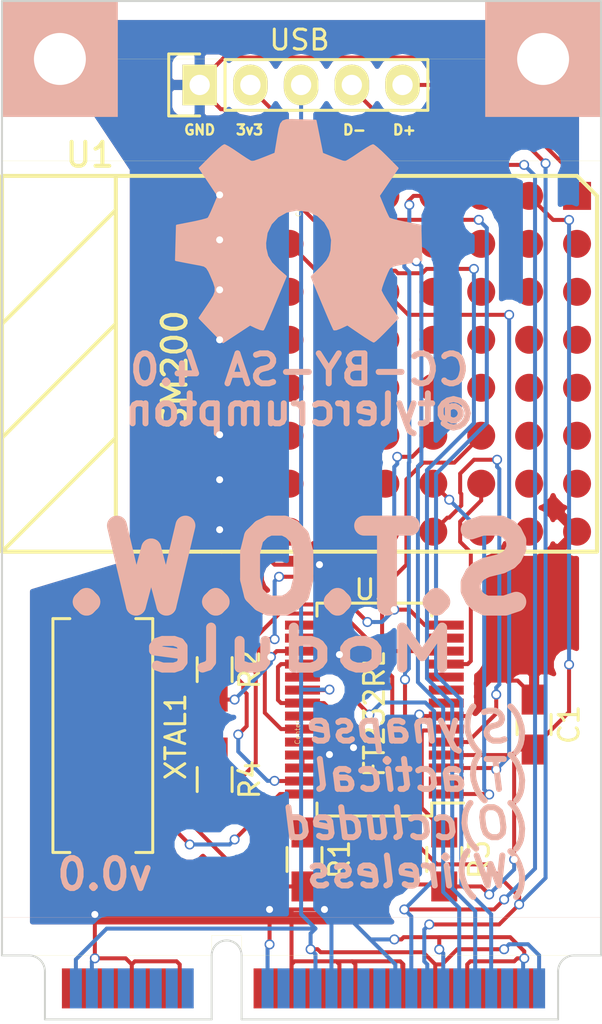
<source format=kicad_pcb>
(kicad_pcb (version 4) (host pcbnew "(2014-12-04 BZR 5312)-product")

  (general
    (links 65)
    (no_connects 0)
    (area 71.549999 55.999999 101.650001 107.050001)
    (thickness 1.6)
    (drawings 26)
    (tracks 484)
    (zones 0)
    (modules 11)
    (nets 79)
  )

  (page A4)
  (layers
    (0 F.Cu signal)
    (31 B.Cu signal)
    (32 B.Adhes user)
    (33 F.Adhes user)
    (34 B.Paste user)
    (35 F.Paste user)
    (36 B.SilkS user)
    (37 F.SilkS user)
    (38 B.Mask user)
    (39 F.Mask user)
    (40 Dwgs.User user)
    (41 Cmts.User user)
    (42 Eco1.User user)
    (43 Eco2.User user)
    (44 Edge.Cuts user)
    (45 Margin user)
    (46 B.CrtYd user)
    (47 F.CrtYd user)
    (48 B.Fab user)
    (49 F.Fab user)
  )

  (setup
    (last_trace_width 0.2)
    (trace_clearance 0.254)
    (zone_clearance 0.508)
    (zone_45_only no)
    (trace_min 0)
    (segment_width 0.2)
    (edge_width 0.1)
    (via_size 0.5)
    (via_drill 0.35)
    (via_min_size 0)
    (via_min_drill 0)
    (uvia_size 0.4)
    (uvia_drill 0.127)
    (uvias_allowed no)
    (uvia_min_size 0)
    (uvia_min_drill 0)
    (pcb_text_width 0.3)
    (pcb_text_size 1.5 1.5)
    (mod_edge_width 0.15)
    (mod_text_size 1 1)
    (mod_text_width 0.15)
    (pad_size 5.8 5.8)
    (pad_drill 0)
    (pad_to_mask_clearance 0)
    (aux_axis_origin 0 0)
    (visible_elements 7FFFFFFF)
    (pcbplotparams
      (layerselection 0x010f0_80000001)
      (usegerberextensions true)
      (excludeedgelayer true)
      (linewidth 0.100000)
      (plotframeref false)
      (viasonmask false)
      (mode 1)
      (useauxorigin false)
      (hpglpennumber 1)
      (hpglpenspeed 20)
      (hpglpendiameter 15)
      (hpglpenoverlay 2)
      (psnegative false)
      (psa4output false)
      (plotreference true)
      (plotvalue true)
      (plotinvisibletext false)
      (padsonsilk false)
      (subtractmaskfromsilk false)
      (outputformat 1)
      (mirror false)
      (drillshape 0)
      (scaleselection 1)
      (outputdirectory outputs/))
  )

  (net 0 "")
  (net 1 "Net-(12MHz1-Pad1)")
  (net 2 "Net-(12MHz1-Pad2)")
  (net 3 FT_3v3)
  (net 4 GND)
  (net 5 "Net-(P1-Pad1)")
  (net 6 VCC)
  (net 7 "Net-(P1-Pad3)")
  (net 8 "Net-(P1-Pad5)")
  (net 9 "Net-(P1-Pad6)")
  (net 10 "Net-(P1-Pad7)")
  (net 11 "Net-(P1-Pad8)")
  (net 12 "Net-(P1-Pad10)")
  (net 13 "Net-(P1-Pad11)")
  (net 14 "Net-(P1-Pad12)")
  (net 15 "Net-(P1-Pad13)")
  (net 16 "Net-(P1-Pad14)")
  (net 17 "Net-(P1-Pad16)")
  (net 18 "Net-(P1-Pad17)")
  (net 19 "Net-(P1-Pad19)")
  (net 20 "Net-(P1-Pad20)")
  (net 21 "Net-(P1-Pad22)")
  (net 22 "Net-(P1-Pad23)")
  (net 23 "Net-(P1-Pad25)")
  (net 24 "Net-(P1-Pad28)")
  (net 25 "Net-(P1-Pad30)")
  (net 26 "Net-(P1-Pad32)")
  (net 27 "Net-(P1-Pad33)")
  (net 28 USB_D-)
  (net 29 USB_D+)
  (net 30 LED_WWAN)
  (net 31 LED_WLAN)
  (net 32 "Net-(P1-Pad45)")
  (net 33 LED_WPAN)
  (net 34 "Net-(P1-Pad47)")
  (net 35 "Net-(P1-Pad48)")
  (net 36 "Net-(P1-Pad49)")
  (net 37 "Net-(P1-Pad51)")
  (net 38 RESET)
  (net 39 PWREN)
  (net 40 FT_RI)
  (net 41 SLEEP)
  (net 42 "Net-(U1-PadB1)")
  (net 43 "Net-(U1-PadC1)")
  (net 44 "Net-(U1-PadD1)")
  (net 45 "Net-(U1-PadE1)")
  (net 46 "Net-(U1-PadF1)")
  (net 47 "Net-(U1-PadG1)")
  (net 48 "Net-(U1-PadB2)")
  (net 49 "Net-(U1-PadC2)")
  (net 50 "Net-(U1-PadD2)")
  (net 51 "Net-(U1-PadE2)")
  (net 52 "Net-(U1-PadF2)")
  (net 53 "Net-(U1-PadG2)")
  (net 54 "Net-(U1-PadH2)")
  (net 55 "Net-(U1-PadB3)")
  (net 56 "Net-(U1-PadC3)")
  (net 57 "Net-(U1-PadD3)")
  (net 58 "Net-(U1-PadE3)")
  (net 59 FT_CTS)
  (net 60 "Net-(U1-PadH3)")
  (net 61 "Net-(U1-PadB4)")
  (net 62 "Net-(U1-PadC4)")
  (net 63 FT_TX)
  (net 64 FT_RX)
  (net 65 "Net-(U1-PadA5)")
  (net 66 FT_RTS)
  (net 67 "Net-(U1-PadG5)")
  (net 68 "Net-(U1-PadA6)")
  (net 69 "Net-(U1-PadB6)")
  (net 70 "Net-(U1-PadH6)")
  (net 71 "Net-(U1-PadE8)")
  (net 72 "Net-(U2-Pad2)")
  (net 73 "Net-(U2-Pad9)")
  (net 74 "Net-(U2-Pad10)")
  (net 75 "Net-(U2-Pad13)")
  (net 76 "Net-(U2-Pad19)")
  (net 77 "Net-(U2-Pad22)")
  (net 78 "Net-(P1-Pad31)")

  (net_class Default "This is the default net class."
    (clearance 0.254)
    (trace_width 0.2)
    (via_dia 0.5)
    (via_drill 0.35)
    (uvia_dia 0.4)
    (uvia_drill 0.127)
    (add_net FT_3v3)
    (add_net FT_CTS)
    (add_net FT_RI)
    (add_net FT_RTS)
    (add_net FT_RX)
    (add_net FT_TX)
    (add_net GND)
    (add_net LED_WLAN)
    (add_net LED_WPAN)
    (add_net LED_WWAN)
    (add_net "Net-(12MHz1-Pad1)")
    (add_net "Net-(12MHz1-Pad2)")
    (add_net "Net-(P1-Pad1)")
    (add_net "Net-(P1-Pad10)")
    (add_net "Net-(P1-Pad11)")
    (add_net "Net-(P1-Pad12)")
    (add_net "Net-(P1-Pad13)")
    (add_net "Net-(P1-Pad14)")
    (add_net "Net-(P1-Pad16)")
    (add_net "Net-(P1-Pad17)")
    (add_net "Net-(P1-Pad19)")
    (add_net "Net-(P1-Pad20)")
    (add_net "Net-(P1-Pad22)")
    (add_net "Net-(P1-Pad23)")
    (add_net "Net-(P1-Pad25)")
    (add_net "Net-(P1-Pad28)")
    (add_net "Net-(P1-Pad3)")
    (add_net "Net-(P1-Pad30)")
    (add_net "Net-(P1-Pad31)")
    (add_net "Net-(P1-Pad32)")
    (add_net "Net-(P1-Pad33)")
    (add_net "Net-(P1-Pad45)")
    (add_net "Net-(P1-Pad47)")
    (add_net "Net-(P1-Pad48)")
    (add_net "Net-(P1-Pad49)")
    (add_net "Net-(P1-Pad5)")
    (add_net "Net-(P1-Pad51)")
    (add_net "Net-(P1-Pad6)")
    (add_net "Net-(P1-Pad7)")
    (add_net "Net-(P1-Pad8)")
    (add_net "Net-(U1-PadA5)")
    (add_net "Net-(U1-PadA6)")
    (add_net "Net-(U1-PadB1)")
    (add_net "Net-(U1-PadB2)")
    (add_net "Net-(U1-PadB3)")
    (add_net "Net-(U1-PadB4)")
    (add_net "Net-(U1-PadB6)")
    (add_net "Net-(U1-PadC1)")
    (add_net "Net-(U1-PadC2)")
    (add_net "Net-(U1-PadC3)")
    (add_net "Net-(U1-PadC4)")
    (add_net "Net-(U1-PadD1)")
    (add_net "Net-(U1-PadD2)")
    (add_net "Net-(U1-PadD3)")
    (add_net "Net-(U1-PadE1)")
    (add_net "Net-(U1-PadE2)")
    (add_net "Net-(U1-PadE3)")
    (add_net "Net-(U1-PadE8)")
    (add_net "Net-(U1-PadF1)")
    (add_net "Net-(U1-PadF2)")
    (add_net "Net-(U1-PadG1)")
    (add_net "Net-(U1-PadG2)")
    (add_net "Net-(U1-PadG5)")
    (add_net "Net-(U1-PadH2)")
    (add_net "Net-(U1-PadH3)")
    (add_net "Net-(U1-PadH6)")
    (add_net "Net-(U2-Pad10)")
    (add_net "Net-(U2-Pad13)")
    (add_net "Net-(U2-Pad19)")
    (add_net "Net-(U2-Pad2)")
    (add_net "Net-(U2-Pad22)")
    (add_net "Net-(U2-Pad9)")
    (add_net PWREN)
    (add_net RESET)
    (add_net SLEEP)
    (add_net USB_D+)
    (add_net USB_D-)
    (add_net VCC)
  )

  (module Crystals:Crystal_HC49-SD_SMD (layer F.Cu) (tedit 55FFA09A) (tstamp 55FF9AF8)
    (at 76.65 92.8 270)
    (descr "Crystal, Quarz, HC49-SD, SMD,")
    (tags "Crystal, Quarz, HC49-SD, SMD,")
    (path /55FA6B1E)
    (attr smd)
    (fp_text reference XTAL1 (at 0.05 -3.65 270) (layer F.SilkS)
      (effects (font (size 1 1) (thickness 0.15)))
    )
    (fp_text value CRYSTAL (at 0.3 0.1 270) (layer F.Fab)
      (effects (font (size 1 1) (thickness 0.15)))
    )
    (fp_circle (center 0 0) (end 0.8509 0) (layer F.Adhes) (width 0.381))
    (fp_circle (center 0 0) (end 0.50038 0) (layer F.Adhes) (width 0.381))
    (fp_circle (center 0 0) (end 0.14986 0.0508) (layer F.Adhes) (width 0.381))
    (fp_line (start -5.84962 2.49936) (end 5.84962 2.49936) (layer F.SilkS) (width 0.15))
    (fp_line (start 5.84962 -2.49936) (end -5.84962 -2.49936) (layer F.SilkS) (width 0.15))
    (fp_line (start 5.84962 2.49936) (end 5.84962 1.651) (layer F.SilkS) (width 0.15))
    (fp_line (start 5.84962 -2.49936) (end 5.84962 -1.651) (layer F.SilkS) (width 0.15))
    (fp_line (start -5.84962 2.49936) (end -5.84962 1.651) (layer F.SilkS) (width 0.15))
    (fp_line (start -5.84962 -2.49936) (end -5.84962 -1.651) (layer F.SilkS) (width 0.15))
    (pad 1 smd rect (at -4.84886 0 270) (size 5.6007 2.10058) (layers F.Cu F.Paste F.Mask)
      (net 1 "Net-(12MHz1-Pad1)"))
    (pad 2 smd rect (at 4.84886 0 270) (size 5.6007 2.10058) (layers F.Cu F.Paste F.Mask)
      (net 2 "Net-(12MHz1-Pad2)"))
  )

  (module Capacitors_SMD:C_0805_HandSoldering (layer F.Cu) (tedit 561DE506) (tstamp 55FF9AFE)
    (at 98.25 92.25 90)
    (descr "Capacitor SMD 0805, hand soldering")
    (tags "capacitor 0805")
    (path /55FF0BD6)
    (attr smd)
    (fp_text reference C1 (at 0 1.75 90) (layer F.SilkS)
      (effects (font (size 1 1) (thickness 0.15)))
    )
    (fp_text value 100nF (at 0 2.1 90) (layer F.Fab)
      (effects (font (size 1 1) (thickness 0.15)))
    )
    (fp_line (start -2.3 -1) (end 2.3 -1) (layer F.CrtYd) (width 0.05))
    (fp_line (start -2.3 1) (end 2.3 1) (layer F.CrtYd) (width 0.05))
    (fp_line (start -2.3 -1) (end -2.3 1) (layer F.CrtYd) (width 0.05))
    (fp_line (start 2.3 -1) (end 2.3 1) (layer F.CrtYd) (width 0.05))
    (fp_line (start 0.5 -0.85) (end -0.5 -0.85) (layer F.SilkS) (width 0.15))
    (fp_line (start -0.5 0.85) (end 0.5 0.85) (layer F.SilkS) (width 0.15))
    (pad 1 smd rect (at -1.25 0 90) (size 1.5 1.25) (layers F.Cu F.Paste F.Mask)
      (net 3 FT_3v3))
    (pad 2 smd rect (at 1.25 0 90) (size 1.5 1.25) (layers F.Cu F.Paste F.Mask)
      (net 4 GND))
    (model Capacitors_SMD.3dshapes/C_0805_HandSoldering.wrl
      (at (xyz 0 0 0))
      (scale (xyz 1 1 1))
      (rotate (xyz 0 0 0))
    )
  )

  (module Pin_Headers:Pin_Header_Straight_1x05 (layer F.Cu) (tedit 55FFA11E) (tstamp 55FF9B64)
    (at 81.5 60.25 90)
    (descr "Through hole pin header")
    (tags "pin header")
    (path /55FF44AF)
    (fp_text reference P2 (at 2.25 10.25 180) (layer F.SilkS) hide
      (effects (font (size 1 1) (thickness 0.15)))
    )
    (fp_text value USB (at 2.25 5 180) (layer F.SilkS)
      (effects (font (size 1 1) (thickness 0.15)))
    )
    (fp_line (start -1.55 0) (end -1.55 -1.55) (layer F.SilkS) (width 0.15))
    (fp_line (start -1.55 -1.55) (end 1.55 -1.55) (layer F.SilkS) (width 0.15))
    (fp_line (start 1.55 -1.55) (end 1.55 0) (layer F.SilkS) (width 0.15))
    (fp_line (start -1.75 -1.75) (end -1.75 11.95) (layer F.CrtYd) (width 0.05))
    (fp_line (start 1.75 -1.75) (end 1.75 11.95) (layer F.CrtYd) (width 0.05))
    (fp_line (start -1.75 -1.75) (end 1.75 -1.75) (layer F.CrtYd) (width 0.05))
    (fp_line (start -1.75 11.95) (end 1.75 11.95) (layer F.CrtYd) (width 0.05))
    (fp_line (start 1.27 1.27) (end 1.27 11.43) (layer F.SilkS) (width 0.15))
    (fp_line (start 1.27 11.43) (end -1.27 11.43) (layer F.SilkS) (width 0.15))
    (fp_line (start -1.27 11.43) (end -1.27 1.27) (layer F.SilkS) (width 0.15))
    (fp_line (start 1.27 1.27) (end -1.27 1.27) (layer F.SilkS) (width 0.15))
    (pad 1 thru_hole rect (at 0 0 90) (size 2.032 1.7272) (drill 1.016) (layers *.Cu *.Mask F.SilkS)
      (net 4 GND))
    (pad 2 thru_hole oval (at 0 2.54 90) (size 2.032 1.7272) (drill 1.016) (layers *.Cu *.Mask F.SilkS)
      (net 3 FT_3v3))
    (pad 3 thru_hole oval (at 0 5.08 90) (size 2.032 1.7272) (drill 1.016) (layers *.Cu *.Mask F.SilkS)
      (net 6 VCC))
    (pad 4 thru_hole oval (at 0 7.62 90) (size 2.032 1.7272) (drill 1.016) (layers *.Cu *.Mask F.SilkS)
      (net 28 USB_D-))
    (pad 5 thru_hole oval (at 0 10.16 90) (size 2.032 1.7272) (drill 1.016) (layers *.Cu *.Mask F.SilkS)
      (net 29 USB_D+))
    (model Pin_Headers.3dshapes/Pin_Header_Straight_1x05.wrl
      (at (xyz 0 -0.2 0))
      (scale (xyz 1 1 1))
      (rotate (xyz 0 0 90))
    )
  )

  (module Resistors_SMD:R_0805_HandSoldering (layer F.Cu) (tedit 561DE4CD) (tstamp 55FF9B6A)
    (at 86.75 99 90)
    (descr "Resistor SMD 0805, hand soldering")
    (tags "resistor 0805")
    (path /55FA6083)
    (attr smd)
    (fp_text reference R1 (at 0 1.75 90) (layer F.SilkS)
      (effects (font (size 1 1) (thickness 0.15)))
    )
    (fp_text value 10k (at 0 2.1 90) (layer F.Fab)
      (effects (font (size 1 1) (thickness 0.15)))
    )
    (fp_line (start -2.4 -1) (end 2.4 -1) (layer F.CrtYd) (width 0.05))
    (fp_line (start -2.4 1) (end 2.4 1) (layer F.CrtYd) (width 0.05))
    (fp_line (start -2.4 -1) (end -2.4 1) (layer F.CrtYd) (width 0.05))
    (fp_line (start 2.4 -1) (end 2.4 1) (layer F.CrtYd) (width 0.05))
    (fp_line (start 0.6 0.875) (end -0.6 0.875) (layer F.SilkS) (width 0.15))
    (fp_line (start -0.6 -0.875) (end 0.6 -0.875) (layer F.SilkS) (width 0.15))
    (pad 1 smd rect (at -1.35 0 90) (size 1.5 1.3) (layers F.Cu F.Paste F.Mask)
      (net 3 FT_3v3))
    (pad 2 smd rect (at 1.35 0 90) (size 1.5 1.3) (layers F.Cu F.Paste F.Mask)
      (net 38 RESET))
    (model Resistors_SMD.3dshapes/R_0805_HandSoldering.wrl
      (at (xyz 0 0 0))
      (scale (xyz 1 1 1))
      (rotate (xyz 0 0 0))
    )
  )

  (module Resistors_SMD:R_0805_HandSoldering (layer F.Cu) (tedit 561DE4BF) (tstamp 55FF9B70)
    (at 82.25 89.5 90)
    (descr "Resistor SMD 0805, hand soldering")
    (tags "resistor 0805")
    (path /55FA6345)
    (attr smd)
    (fp_text reference R2 (at 0 1.75 90) (layer F.SilkS)
      (effects (font (size 1 1) (thickness 0.15)))
    )
    (fp_text value 10k (at 0 2.1 90) (layer F.Fab)
      (effects (font (size 1 1) (thickness 0.15)))
    )
    (fp_line (start -2.4 -1) (end 2.4 -1) (layer F.CrtYd) (width 0.05))
    (fp_line (start -2.4 1) (end 2.4 1) (layer F.CrtYd) (width 0.05))
    (fp_line (start -2.4 -1) (end -2.4 1) (layer F.CrtYd) (width 0.05))
    (fp_line (start 2.4 -1) (end 2.4 1) (layer F.CrtYd) (width 0.05))
    (fp_line (start 0.6 0.875) (end -0.6 0.875) (layer F.SilkS) (width 0.15))
    (fp_line (start -0.6 -0.875) (end 0.6 -0.875) (layer F.SilkS) (width 0.15))
    (pad 1 smd rect (at -1.35 0 90) (size 1.5 1.3) (layers F.Cu F.Paste F.Mask)
      (net 3 FT_3v3))
    (pad 2 smd rect (at 1.35 0 90) (size 1.5 1.3) (layers F.Cu F.Paste F.Mask)
      (net 39 PWREN))
    (model Resistors_SMD.3dshapes/R_0805_HandSoldering.wrl
      (at (xyz 0 0 0))
      (scale (xyz 1 1 1))
      (rotate (xyz 0 0 0))
    )
  )

  (module Resistors_SMD:R_0805_HandSoldering (layer F.Cu) (tedit 561DE4D0) (tstamp 55FF9B76)
    (at 93.75 99 90)
    (descr "Resistor SMD 0805, hand soldering")
    (tags "resistor 0805")
    (path /55FA5C22)
    (attr smd)
    (fp_text reference R3 (at 0 1.75 90) (layer F.SilkS)
      (effects (font (size 1 1) (thickness 0.15)))
    )
    (fp_text value 10k (at 0 2.1 90) (layer F.Fab)
      (effects (font (size 1 1) (thickness 0.15)))
    )
    (fp_line (start -2.4 -1) (end 2.4 -1) (layer F.CrtYd) (width 0.05))
    (fp_line (start -2.4 1) (end 2.4 1) (layer F.CrtYd) (width 0.05))
    (fp_line (start -2.4 -1) (end -2.4 1) (layer F.CrtYd) (width 0.05))
    (fp_line (start 2.4 -1) (end 2.4 1) (layer F.CrtYd) (width 0.05))
    (fp_line (start 0.6 0.875) (end -0.6 0.875) (layer F.SilkS) (width 0.15))
    (fp_line (start -0.6 -0.875) (end 0.6 -0.875) (layer F.SilkS) (width 0.15))
    (pad 1 smd rect (at -1.35 0 90) (size 1.5 1.3) (layers F.Cu F.Paste F.Mask)
      (net 3 FT_3v3))
    (pad 2 smd rect (at 1.35 0 90) (size 1.5 1.3) (layers F.Cu F.Paste F.Mask)
      (net 40 FT_RI))
    (model Resistors_SMD.3dshapes/R_0805_HandSoldering.wrl
      (at (xyz 0 0 0))
      (scale (xyz 1 1 1))
      (rotate (xyz 0 0 0))
    )
  )

  (module Resistors_SMD:R_0805_HandSoldering (layer F.Cu) (tedit 561DE4B1) (tstamp 55FF9B7C)
    (at 82.25 95 270)
    (descr "Resistor SMD 0805, hand soldering")
    (tags "resistor 0805")
    (path /55FA6654)
    (attr smd)
    (fp_text reference R4 (at 0 -1.75 270) (layer F.SilkS)
      (effects (font (size 1 1) (thickness 0.15)))
    )
    (fp_text value 47k (at 0 -1.75 270) (layer F.Fab)
      (effects (font (size 1 1) (thickness 0.15)))
    )
    (fp_line (start -2.4 -1) (end 2.4 -1) (layer F.CrtYd) (width 0.05))
    (fp_line (start -2.4 1) (end 2.4 1) (layer F.CrtYd) (width 0.05))
    (fp_line (start -2.4 -1) (end -2.4 1) (layer F.CrtYd) (width 0.05))
    (fp_line (start 2.4 -1) (end 2.4 1) (layer F.CrtYd) (width 0.05))
    (fp_line (start 0.6 0.875) (end -0.6 0.875) (layer F.SilkS) (width 0.15))
    (fp_line (start -0.6 -0.875) (end 0.6 -0.875) (layer F.SilkS) (width 0.15))
    (pad 1 smd rect (at -1.35 0 270) (size 1.5 1.3) (layers F.Cu F.Paste F.Mask)
      (net 3 FT_3v3))
    (pad 2 smd rect (at 1.35 0 270) (size 1.5 1.3) (layers F.Cu F.Paste F.Mask)
      (net 41 SLEEP))
    (model Resistors_SMD.3dshapes/R_0805_HandSoldering.wrl
      (at (xyz 0 0 0))
      (scale (xyz 1 1 1))
      (rotate (xyz 0 0 0))
    )
  )

  (module _CrumpPrints:SM200 (layer F.Cu) (tedit 561DE64A) (tstamp 55FF9BCB)
    (at 92 74.2 90)
    (path /55C19545)
    (fp_text reference U1 (at 10.45 -16 180) (layer F.SilkS)
      (effects (font (size 1.2 1.2) (thickness 0.2)))
    )
    (fp_text value SM200 (at -0.3 -11.75 90) (layer F.SilkS)
      (effects (font (size 1.2 1.2) (thickness 0.2)))
    )
    (fp_line (start 2 -20.4) (end 7.7 -14.7) (layer F.SilkS) (width 0.2))
    (fp_line (start -3.7 -20.4) (end 2 -14.7) (layer F.SilkS) (width 0.2))
    (fp_line (start -9.4 -20.4) (end -3.7 -14.7) (layer F.SilkS) (width 0.2))
    (fp_line (start -9.4 -14.7) (end 9.4 -14.7) (layer F.SilkS) (width 0.2))
    (fp_line (start 9.4 -9.4) (end 9.4 -20.4) (layer F.SilkS) (width 0.2))
    (fp_line (start 9.4 -20.4) (end -9.4 -20.4) (layer F.SilkS) (width 0.2))
    (fp_line (start -9.4 -20.4) (end -9.4 -9.4) (layer F.SilkS) (width 0.2))
    (fp_line (start 9.4 8.4) (end 8.4 9.4) (layer F.SilkS) (width 0.2))
    (fp_line (start 8.4 9.4) (end -9.4 9.4) (layer F.SilkS) (width 0.2))
    (fp_line (start -9.4 9.4) (end -9.4 -9.4) (layer F.SilkS) (width 0.2))
    (fp_line (start 9.4 -9.4) (end 9.4 8.4) (layer F.SilkS) (width 0.2))
    (pad A1 smd rect (at 8.4 8.4 180) (size 1.4 1.4) (layers F.Cu F.Paste F.Mask)
      (net 4 GND))
    (pad B1 smd circle (at 6 8.4 180) (size 1.4 1.4) (layers F.Cu F.Paste F.Mask)
      (net 42 "Net-(U1-PadB1)"))
    (pad C1 smd circle (at 3.6 8.4 180) (size 1.4 1.4) (layers F.Cu F.Paste F.Mask)
      (net 43 "Net-(U1-PadC1)"))
    (pad D1 smd circle (at 1.2 8.4 180) (size 1.4 1.4) (layers F.Cu F.Paste F.Mask)
      (net 44 "Net-(U1-PadD1)"))
    (pad E1 smd circle (at -1.2 8.4 180) (size 1.4 1.4) (layers F.Cu F.Paste F.Mask)
      (net 45 "Net-(U1-PadE1)"))
    (pad F1 smd circle (at -3.6 8.4 180) (size 1.4 1.4) (layers F.Cu F.Paste F.Mask)
      (net 46 "Net-(U1-PadF1)"))
    (pad G1 smd circle (at -6 8.4 180) (size 1.4 1.4) (layers F.Cu F.Paste F.Mask)
      (net 47 "Net-(U1-PadG1)"))
    (pad H1 smd circle (at -8.4 8.4 180) (size 1.4 1.4) (layers F.Cu F.Paste F.Mask)
      (net 4 GND))
    (pad A2 smd circle (at 8.4 6 180) (size 1.4 1.4) (layers F.Cu F.Paste F.Mask)
      (net 3 FT_3v3))
    (pad B2 smd circle (at 6 6 180) (size 1.4 1.4) (layers F.Cu F.Paste F.Mask)
      (net 48 "Net-(U1-PadB2)"))
    (pad C2 smd circle (at 3.6 6 180) (size 1.4 1.4) (layers F.Cu F.Paste F.Mask)
      (net 49 "Net-(U1-PadC2)"))
    (pad D2 smd circle (at 1.2 6 180) (size 1.4 1.4) (layers F.Cu F.Paste F.Mask)
      (net 50 "Net-(U1-PadD2)"))
    (pad E2 smd circle (at -1.2 6 180) (size 1.4 1.4) (layers F.Cu F.Paste F.Mask)
      (net 51 "Net-(U1-PadE2)"))
    (pad F2 smd circle (at -3.6 6 180) (size 1.4 1.4) (layers F.Cu F.Paste F.Mask)
      (net 52 "Net-(U1-PadF2)"))
    (pad G2 smd circle (at -6 6 180) (size 1.4 1.4) (layers F.Cu F.Paste F.Mask)
      (net 53 "Net-(U1-PadG2)"))
    (pad H2 smd circle (at -8.4 6 180) (size 1.4 1.4) (layers F.Cu F.Paste F.Mask)
      (net 54 "Net-(U1-PadH2)"))
    (pad A3 smd circle (at 8.4 3.6 180) (size 1.4 1.4) (layers F.Cu F.Paste F.Mask)
      (net 3 FT_3v3))
    (pad B3 smd circle (at 6 3.6 180) (size 1.4 1.4) (layers F.Cu F.Paste F.Mask)
      (net 55 "Net-(U1-PadB3)"))
    (pad C3 smd circle (at 3.6 3.6 180) (size 1.4 1.4) (layers F.Cu F.Paste F.Mask)
      (net 56 "Net-(U1-PadC3)"))
    (pad D3 smd circle (at 1.2 3.6 180) (size 1.4 1.4) (layers F.Cu F.Paste F.Mask)
      (net 57 "Net-(U1-PadD3)"))
    (pad E3 smd circle (at -1.2 3.6 180) (size 1.4 1.4) (layers F.Cu F.Paste F.Mask)
      (net 58 "Net-(U1-PadE3)"))
    (pad F3 smd circle (at -3.6 3.6 180) (size 1.4 1.4) (layers F.Cu F.Paste F.Mask)
      (net 41 SLEEP))
    (pad G3 smd circle (at -6 3.6 180) (size 1.4 1.4) (layers F.Cu F.Paste F.Mask)
      (net 59 FT_CTS))
    (pad H3 smd circle (at -8.4 3.6 180) (size 1.4 1.4) (layers F.Cu F.Paste F.Mask)
      (net 60 "Net-(U1-PadH3)"))
    (pad A4 smd circle (at 8.4 1.2 180) (size 1.4 1.4) (layers F.Cu F.Paste F.Mask)
      (net 40 FT_RI))
    (pad B4 smd circle (at 6 1.2 180) (size 1.4 1.4) (layers F.Cu F.Paste F.Mask)
      (net 61 "Net-(U1-PadB4)"))
    (pad C4 smd circle (at 3.6 1.2 180) (size 1.4 1.4) (layers F.Cu F.Paste F.Mask)
      (net 62 "Net-(U1-PadC4)"))
    (pad D4 smd circle (at 1.2 1.2 180) (size 1.4 1.4) (layers F.Cu F.Paste F.Mask))
    (pad E4 smd circle (at -1.2 1.2 180) (size 1.4 1.4) (layers F.Cu F.Paste F.Mask))
    (pad F4 smd circle (at -3.6 1.2 180) (size 1.4 1.4) (layers F.Cu F.Paste F.Mask)
      (net 39 PWREN))
    (pad G4 smd circle (at -6 1.2 180) (size 1.4 1.4) (layers F.Cu F.Paste F.Mask)
      (net 63 FT_TX))
    (pad H4 smd circle (at -8.4 1.2 180) (size 1.4 1.4) (layers F.Cu F.Paste F.Mask)
      (net 64 FT_RX))
    (pad A5 smd circle (at 8.4 -1.2 180) (size 1.4 1.4) (layers F.Cu F.Paste F.Mask)
      (net 65 "Net-(U1-PadA5)"))
    (pad B5 smd circle (at 6 -1.2 180) (size 1.4 1.4) (layers F.Cu F.Paste F.Mask)
      (net 30 LED_WWAN))
    (pad C5 smd circle (at 3.6 -1.2 180) (size 1.4 1.4) (layers F.Cu F.Paste F.Mask)
      (net 66 FT_RTS))
    (pad D5 smd circle (at 1.2 -1.2 180) (size 1.4 1.4) (layers F.Cu F.Paste F.Mask))
    (pad E5 smd circle (at -1.2 -1.2 180) (size 1.4 1.4) (layers F.Cu F.Paste F.Mask))
    (pad F5 smd circle (at -3.6 -1.2 180) (size 1.4 1.4) (layers F.Cu F.Paste F.Mask))
    (pad G5 smd circle (at -6 -1.2 180) (size 1.4 1.4) (layers F.Cu F.Paste F.Mask)
      (net 67 "Net-(U1-PadG5)"))
    (pad H5 smd circle (at -8.4 -1.2 180) (size 1.4 1.4) (layers F.Cu F.Paste F.Mask)
      (net 38 RESET))
    (pad A6 smd circle (at 8.4 -3.6 180) (size 1.4 1.4) (layers F.Cu F.Paste F.Mask)
      (net 68 "Net-(U1-PadA6)"))
    (pad B6 smd circle (at 6 -3.6 180) (size 1.4 1.4) (layers F.Cu F.Paste F.Mask)
      (net 69 "Net-(U1-PadB6)"))
    (pad C6 smd circle (at 3.6 -3.6 180) (size 1.4 1.4) (layers F.Cu F.Paste F.Mask))
    (pad D6 smd circle (at 1.2 -3.6 180) (size 1.4 1.4) (layers F.Cu F.Paste F.Mask))
    (pad E6 smd circle (at -1.2 -3.6 180) (size 1.4 1.4) (layers F.Cu F.Paste F.Mask))
    (pad F6 smd circle (at -3.6 -3.6 180) (size 1.4 1.4) (layers F.Cu F.Paste F.Mask))
    (pad G6 smd circle (at -6 -3.6 180) (size 1.4 1.4) (layers F.Cu F.Paste F.Mask))
    (pad H6 smd circle (at -8.4 -3.6 180) (size 1.4 1.4) (layers F.Cu F.Paste F.Mask)
      (net 70 "Net-(U1-PadH6)"))
    (pad A7 smd circle (at 8.4 -6 180) (size 1.4 1.4) (layers F.Cu F.Paste F.Mask)
      (net 33 LED_WPAN))
    (pad B7 smd circle (at 6 -6 180) (size 1.4 1.4) (layers F.Cu F.Paste F.Mask)
      (net 31 LED_WLAN))
    (pad C7 smd circle (at 3.6 -6 180) (size 1.4 1.4) (layers F.Cu F.Paste F.Mask))
    (pad D7 smd circle (at 1.2 -6 180) (size 1.4 1.4) (layers F.Cu F.Paste F.Mask))
    (pad E7 smd circle (at -1.2 -6 180) (size 1.4 1.4) (layers F.Cu F.Paste F.Mask))
    (pad F7 smd circle (at -3.6 -6 180) (size 1.4 1.4) (layers F.Cu F.Paste F.Mask))
    (pad G7 smd circle (at -6 -6 180) (size 1.4 1.4) (layers F.Cu F.Paste F.Mask))
    (pad H7 smd circle (at -8.4 -6 180) (size 1.4 1.4) (layers F.Cu F.Paste F.Mask))
    (pad A8 smd circle (at 8.4 -8.4 180) (size 1.4 1.4) (layers F.Cu F.Paste F.Mask)
      (net 4 GND))
    (pad B8 smd circle (at 6 -8.4 180) (size 1.4 1.4) (layers F.Cu F.Paste F.Mask)
      (net 4 GND))
    (pad C8 smd circle (at 3.6 -8.4 180) (size 1.4 1.4) (layers F.Cu F.Paste F.Mask)
      (net 4 GND))
    (pad D8 smd circle (at 1.2 -8.4 180) (size 1.4 1.4) (layers F.Cu F.Paste F.Mask)
      (net 4 GND))
    (pad E8 smd circle (at -1.2 -8.4 180) (size 1.4 1.4) (layers F.Cu F.Paste F.Mask)
      (net 71 "Net-(U1-PadE8)"))
    (pad F8 smd circle (at -3.6 -8.4 180) (size 1.4 1.4) (layers F.Cu F.Paste F.Mask)
      (net 4 GND))
    (pad G8 smd circle (at -6 -8.4 180) (size 1.4 1.4) (layers F.Cu F.Paste F.Mask)
      (net 4 GND))
    (pad H8 smd circle (at -8.4 -8.4 180) (size 1.4 1.4) (layers F.Cu F.Paste F.Mask)
      (net 4 GND))
  )

  (module Housings_SSOP:SSOP-28_5.3x10.2mm_Pitch0.65mm (layer F.Cu) (tedit 561DE4F4) (tstamp 55FFB174)
    (at 90.25 91.5 180)
    (descr "28-Lead Plastic Shrink Small Outline (SS)-5.30 mm Body [SSOP] (see Microchip Packaging Specification 00000049BS.pdf)")
    (tags "SSOP 0.65")
    (path /55C1978C)
    (attr smd)
    (fp_text reference U2 (at 0 6 180) (layer F.SilkS)
      (effects (font (size 1 1) (thickness 0.15)))
    )
    (fp_text value FT232RL (at 0 -0.25 270) (layer F.SilkS)
      (effects (font (size 1 1) (thickness 0.15)))
    )
    (fp_line (start -4.75 -5.5) (end -4.75 5.5) (layer F.CrtYd) (width 0.05))
    (fp_line (start 4.75 -5.5) (end 4.75 5.5) (layer F.CrtYd) (width 0.05))
    (fp_line (start -4.75 -5.5) (end 4.75 -5.5) (layer F.CrtYd) (width 0.05))
    (fp_line (start -4.75 5.5) (end 4.75 5.5) (layer F.CrtYd) (width 0.05))
    (fp_line (start -2.875 -5.325) (end -2.875 -4.675) (layer F.SilkS) (width 0.15))
    (fp_line (start 2.875 -5.325) (end 2.875 -4.675) (layer F.SilkS) (width 0.15))
    (fp_line (start 2.875 5.325) (end 2.875 4.675) (layer F.SilkS) (width 0.15))
    (fp_line (start -2.875 5.325) (end -2.875 4.675) (layer F.SilkS) (width 0.15))
    (fp_line (start -2.875 -5.325) (end 2.875 -5.325) (layer F.SilkS) (width 0.15))
    (fp_line (start -2.875 5.325) (end 2.875 5.325) (layer F.SilkS) (width 0.15))
    (fp_line (start -2.875 -4.675) (end -4.475 -4.675) (layer F.SilkS) (width 0.15))
    (pad 1 smd rect (at -3.6 -4.225 180) (size 1.75 0.45) (layers F.Cu F.Paste F.Mask)
      (net 63 FT_TX))
    (pad 2 smd rect (at -3.6 -3.575 180) (size 1.75 0.45) (layers F.Cu F.Paste F.Mask)
      (net 72 "Net-(U2-Pad2)"))
    (pad 3 smd rect (at -3.6 -2.925 180) (size 1.75 0.45) (layers F.Cu F.Paste F.Mask)
      (net 66 FT_RTS))
    (pad 4 smd rect (at -3.6 -2.275 180) (size 1.75 0.45) (layers F.Cu F.Paste F.Mask)
      (net 3 FT_3v3))
    (pad 5 smd rect (at -3.6 -1.625 180) (size 1.75 0.45) (layers F.Cu F.Paste F.Mask)
      (net 64 FT_RX))
    (pad 6 smd rect (at -3.6 -0.975 180) (size 1.75 0.45) (layers F.Cu F.Paste F.Mask)
      (net 40 FT_RI))
    (pad 7 smd rect (at -3.6 -0.325 180) (size 1.75 0.45) (layers F.Cu F.Paste F.Mask)
      (net 4 GND))
    (pad 8 smd rect (at -3.6 0.325 180) (size 1.75 0.45) (layers F.Cu F.Paste F.Mask))
    (pad 9 smd rect (at -3.6 0.975 180) (size 1.75 0.45) (layers F.Cu F.Paste F.Mask)
      (net 73 "Net-(U2-Pad9)"))
    (pad 10 smd rect (at -3.6 1.625 180) (size 1.75 0.45) (layers F.Cu F.Paste F.Mask)
      (net 74 "Net-(U2-Pad10)"))
    (pad 11 smd rect (at -3.6 2.275 180) (size 1.75 0.45) (layers F.Cu F.Paste F.Mask)
      (net 59 FT_CTS))
    (pad 12 smd rect (at -3.6 2.925 180) (size 1.75 0.45) (layers F.Cu F.Paste F.Mask)
      (net 41 SLEEP))
    (pad 13 smd rect (at -3.6 3.575 180) (size 1.75 0.45) (layers F.Cu F.Paste F.Mask)
      (net 75 "Net-(U2-Pad13)"))
    (pad 14 smd rect (at -3.6 4.225 180) (size 1.75 0.45) (layers F.Cu F.Paste F.Mask)
      (net 39 PWREN))
    (pad 15 smd rect (at 3.6 4.225 180) (size 1.75 0.45) (layers F.Cu F.Paste F.Mask)
      (net 29 USB_D+))
    (pad 16 smd rect (at 3.6 3.575 180) (size 1.75 0.45) (layers F.Cu F.Paste F.Mask)
      (net 28 USB_D-))
    (pad 17 smd rect (at 3.6 2.925 180) (size 1.75 0.45) (layers F.Cu F.Paste F.Mask)
      (net 3 FT_3v3))
    (pad 18 smd rect (at 3.6 2.275 180) (size 1.75 0.45) (layers F.Cu F.Paste F.Mask)
      (net 4 GND))
    (pad 19 smd rect (at 3.6 1.625 180) (size 1.75 0.45) (layers F.Cu F.Paste F.Mask)
      (net 76 "Net-(U2-Pad19)"))
    (pad 20 smd rect (at 3.6 0.975 180) (size 1.75 0.45) (layers F.Cu F.Paste F.Mask)
      (net 6 VCC))
    (pad 21 smd rect (at 3.6 0.325 180) (size 1.75 0.45) (layers F.Cu F.Paste F.Mask)
      (net 4 GND))
    (pad 22 smd rect (at 3.6 -0.325 180) (size 1.75 0.45) (layers F.Cu F.Paste F.Mask)
      (net 77 "Net-(U2-Pad22)"))
    (pad 23 smd rect (at 3.6 -0.975 180) (size 1.75 0.45) (layers F.Cu F.Paste F.Mask)
      (net 38 RESET))
    (pad 24 smd rect (at 3.6 -1.625 180) (size 1.75 0.45) (layers F.Cu F.Paste F.Mask))
    (pad 25 smd rect (at 3.6 -2.275 180) (size 1.75 0.45) (layers F.Cu F.Paste F.Mask)
      (net 4 GND))
    (pad 26 smd rect (at 3.6 -2.925 180) (size 1.75 0.45) (layers F.Cu F.Paste F.Mask)
      (net 4 GND))
    (pad 27 smd rect (at 3.6 -3.575 180) (size 1.75 0.45) (layers F.Cu F.Paste F.Mask)
      (net 1 "Net-(12MHz1-Pad1)"))
    (pad 28 smd rect (at 3.6 -4.225 180) (size 1.75 0.45) (layers F.Cu F.Paste F.Mask)
      (net 2 "Net-(12MHz1-Pad2)"))
    (model Housings_SSOP.3dshapes/SSOP-28_5.3x10.2mm_Pitch0.65mm.wrl
      (at (xyz 0 0 0))
      (scale (xyz 1 1 1))
      (rotate (xyz 0 0 0))
    )
  )

  (module _CrumpPrints:MPCIe_full_card (layer F.Cu) (tedit 561DF3B5) (tstamp 561E00F7)
    (at 86.6 107)
    (path /55C19570)
    (fp_text reference P1 (at 12.15 -15.2 90) (layer F.SilkS) hide
      (effects (font (thickness 0.15)))
    )
    (fp_text value mPCIe (at 14.1 -15.25 90) (layer F.SilkS) hide
      (effects (font (thickness 0.15)))
    )
    (fp_line (start 15 -48.05) (end -15 -48.05) (layer F.SilkS) (width 0.01))
    (fp_text user "" (at 0.65 -50.25) (layer F.SilkS) hide
      (effects (font (size 1 1) (thickness 0.15)))
    )
    (fp_line (start 15 -42.95) (end -15 -42.95) (layer F.SilkS) (width 0.01))
    (fp_text user Center (at -0.15 -40.75 90) (layer F.SilkS)
      (effects (font (size 0.25 0.25) (thickness 0.025)))
    )
    (fp_line (start -15 -5.1) (end 15 -5.1) (layer B.SilkS) (width 0.01))
    (fp_line (start -3 -4.15) (end -3 -3.2) (layer F.SilkS) (width 0.01))
    (fp_line (start -3 -3.2) (end 15 -3.2) (layer F.SilkS) (width 0.01))
    (fp_line (start -4.5 -3.2) (end -4.5 -4.2) (layer F.SilkS) (width 0.01))
    (fp_line (start -4.5 -4.2) (end -3 -4.2) (layer F.SilkS) (width 0.01))
    (fp_line (start 15 -3.2) (end 13.65 -3.2) (layer Eco2.User) (width 0.01))
    (fp_arc (start 13.65 -2.4) (end 12.85 -2.4) (angle 90) (layer B.CrtYd) (width 0.01))
    (fp_line (start -13.65 -3.2) (end -15 -3.2) (layer B.CrtYd) (width 0.01))
    (fp_arc (start -13.65 -2.4) (end -13.65 -3.2) (angle 90) (layer B.CrtYd) (width 0.01))
    (fp_line (start -12.85 0) (end -12.85 -2.4) (layer B.CrtYd) (width 0.01))
    (fp_line (start 12.85 0) (end 12.85 -2.4) (layer B.CrtYd) (width 0.01))
    (fp_line (start -15 -3.2) (end -4.5 -3.2) (layer F.SilkS) (width 0.01))
    (fp_text user Center (at -0.2 -14.35 90) (layer F.SilkS)
      (effects (font (size 0.25 0.25) (thickness 0.025)))
    )
    (fp_line (start -3 0) (end 12.85 0) (layer B.CrtYd) (width 0.01))
    (fp_line (start -15 -50.95) (end -15 -3.2) (layer B.CrtYd) (width 0.01))
    (fp_line (start 15 -50.95) (end -15 -50.95) (layer B.CrtYd) (width 0.01))
    (fp_line (start 15 -3.2) (end 15 -50.95) (layer B.CrtYd) (width 0.01))
    (fp_line (start 0 0) (end 0 -50.95) (layer Eco1.User) (width 0.01))
    (fp_line (start -3.75 -4.5) (end -3.75 -0.15) (layer Eco1.User) (width 0.01))
    (fp_arc (start -3.75 -3.25) (end -4.5 -3.25) (angle 180) (layer F.Fab) (width 0.01))
    (fp_line (start -4.5 0) (end -4.5 -3.25) (layer B.CrtYd) (width 0.01))
    (fp_line (start -3 0) (end -3 -3.25) (layer B.CrtYd) (width 0.01))
    (fp_line (start -4.5 0) (end -12.85 0) (layer B.CrtYd) (width 0.01))
    (pad 1 smd rect (at -11.7 -1.55) (size 0.6 2) (layers F.Cu F.Paste F.Mask)
      (net 5 "Net-(P1-Pad1)"))
    (pad 2 smd rect (at -11.3 -1.55) (size 0.6 2) (layers B.Cu B.Paste B.Mask)
      (net 6 VCC))
    (pad 3 smd rect (at -10.9 -1.55) (size 0.6 2) (layers F.Cu F.Paste F.Mask)
      (net 7 "Net-(P1-Pad3)"))
    (pad 4 smd rect (at -10.5 -1.55) (size 0.6 2) (layers B.Cu B.Paste B.Mask)
      (net 4 GND))
    (pad 5 smd rect (at -10.1 -1.55) (size 0.6 2) (layers F.Cu F.Paste F.Mask)
      (net 8 "Net-(P1-Pad5)"))
    (pad 6 smd rect (at -9.7 -1.55) (size 0.6 2) (layers B.Cu B.Paste B.Mask)
      (net 9 "Net-(P1-Pad6)"))
    (pad 7 smd rect (at -9.3 -1.55) (size 0.6 2) (layers F.Cu F.Paste F.Mask)
      (net 10 "Net-(P1-Pad7)"))
    (pad 8 smd rect (at -8.9 -1.55) (size 0.6 2) (layers B.Cu B.Paste B.Mask)
      (net 11 "Net-(P1-Pad8)"))
    (pad 9 smd rect (at -8.5 -1.55) (size 0.6 2) (layers F.Cu F.Paste F.Mask)
      (net 4 GND))
    (pad 10 smd rect (at -8.1 -1.55) (size 0.6 2) (layers B.Cu B.Paste B.Mask)
      (net 12 "Net-(P1-Pad10)"))
    (pad 11 smd rect (at -7.7 -1.55) (size 0.6 2) (layers F.Cu F.Paste F.Mask)
      (net 13 "Net-(P1-Pad11)"))
    (pad 12 smd rect (at -7.3 -1.55) (size 0.6 2) (layers B.Cu B.Paste B.Mask)
      (net 14 "Net-(P1-Pad12)"))
    (pad 13 smd rect (at -6.9 -1.55) (size 0.6 2) (layers F.Cu F.Paste F.Mask)
      (net 15 "Net-(P1-Pad13)"))
    (pad 14 smd rect (at -6.5 -1.55) (size 0.6 2) (layers B.Cu B.Paste B.Mask)
      (net 16 "Net-(P1-Pad14)"))
    (pad 15 smd rect (at -6.1 -1.55) (size 0.6 2) (layers F.Cu F.Paste F.Mask)
      (net 4 GND))
    (pad 16 smd rect (at -5.7 -1.55) (size 0.6 2) (layers B.Cu B.Paste B.Mask)
      (net 17 "Net-(P1-Pad16)"))
    (pad 17 smd rect (at -2.1 -1.55) (size 0.6 2) (layers F.Cu F.Paste F.Mask)
      (net 18 "Net-(P1-Pad17)"))
    (pad 18 smd rect (at -1.7 -1.55) (size 0.6 2) (layers B.Cu B.Paste B.Mask)
      (net 4 GND))
    (pad 19 smd rect (at -1.3 -1.55) (size 0.6 2) (layers F.Cu F.Paste F.Mask)
      (net 19 "Net-(P1-Pad19)"))
    (pad 20 smd rect (at -0.9 -1.55) (size 0.6 2) (layers B.Cu B.Paste B.Mask)
      (net 20 "Net-(P1-Pad20)"))
    (pad 21 smd rect (at -0.5 -1.55) (size 0.6 2) (layers F.Cu F.Paste F.Mask)
      (net 4 GND))
    (pad 22 smd rect (at -0.1 -1.55) (size 0.6 2) (layers B.Cu B.Paste B.Mask)
      (net 21 "Net-(P1-Pad22)"))
    (pad 23 smd rect (at 0.3 -1.55) (size 0.6 2) (layers F.Cu F.Paste F.Mask)
      (net 22 "Net-(P1-Pad23)"))
    (pad 24 smd rect (at 0.7 -1.55) (size 0.6 2) (layers B.Cu B.Paste B.Mask)
      (net 6 VCC))
    (pad 25 smd rect (at 1.1 -1.55) (size 0.6 2) (layers F.Cu F.Paste F.Mask)
      (net 23 "Net-(P1-Pad25)"))
    (pad 26 smd rect (at 1.5 -1.55) (size 0.6 2) (layers B.Cu B.Paste B.Mask)
      (net 4 GND))
    (pad 27 smd rect (at 1.9 -1.55) (size 0.6 2) (layers F.Cu F.Paste F.Mask)
      (net 4 GND))
    (pad 28 smd rect (at 2.3 -1.55) (size 0.6 2) (layers B.Cu B.Paste B.Mask)
      (net 24 "Net-(P1-Pad28)"))
    (pad 29 smd rect (at 2.7 -1.55) (size 0.6 2) (layers F.Cu F.Paste F.Mask)
      (net 4 GND))
    (pad 30 smd rect (at 3.1 -1.55) (size 0.6 2) (layers B.Cu B.Paste B.Mask)
      (net 25 "Net-(P1-Pad30)"))
    (pad 31 smd rect (at 3.5 -1.55) (size 0.6 2) (layers F.Cu F.Paste F.Mask)
      (net 78 "Net-(P1-Pad31)"))
    (pad 32 smd rect (at 3.9 -1.55) (size 0.6 2) (layers B.Cu B.Paste B.Mask)
      (net 26 "Net-(P1-Pad32)"))
    (pad 33 smd rect (at 4.3 -1.55) (size 0.6 2) (layers F.Cu F.Paste F.Mask)
      (net 27 "Net-(P1-Pad33)"))
    (pad 34 smd rect (at 4.7 -1.55) (size 0.6 2) (layers B.Cu B.Paste B.Mask)
      (net 4 GND))
    (pad 35 smd rect (at 5.1 -1.55) (size 0.6 2) (layers F.Cu F.Paste F.Mask)
      (net 4 GND))
    (pad 36 smd rect (at 5.5 -1.55) (size 0.6 2) (layers B.Cu B.Paste B.Mask)
      (net 28 USB_D-))
    (pad 37 smd rect (at 5.9 -1.55) (size 0.6 2) (layers F.Cu F.Paste F.Mask)
      (net 4 GND))
    (pad 38 smd rect (at 6.3 -1.55) (size 0.6 2) (layers B.Cu B.Paste B.Mask)
      (net 29 USB_D+))
    (pad 39 smd rect (at 6.7 -1.55) (size 0.6 2) (layers F.Cu F.Paste F.Mask)
      (net 6 VCC))
    (pad 40 smd rect (at 7.1 -1.55) (size 0.6 2) (layers B.Cu B.Paste B.Mask)
      (net 4 GND))
    (pad 41 smd rect (at 7.5 -1.55) (size 0.6 2) (layers F.Cu F.Paste F.Mask)
      (net 6 VCC))
    (pad 42 smd rect (at 7.9 -1.55) (size 0.6 2) (layers B.Cu B.Paste B.Mask)
      (net 30 LED_WWAN))
    (pad 43 smd rect (at 8.3 -1.55) (size 0.6 2) (layers F.Cu F.Paste F.Mask)
      (net 4 GND))
    (pad 44 smd rect (at 8.7 -1.55) (size 0.6 2) (layers B.Cu B.Paste B.Mask)
      (net 31 LED_WLAN))
    (pad 45 smd rect (at 9.1 -1.55) (size 0.6 2) (layers F.Cu F.Paste F.Mask)
      (net 32 "Net-(P1-Pad45)"))
    (pad 46 smd rect (at 9.5 -1.55) (size 0.6 2) (layers B.Cu B.Paste B.Mask)
      (net 33 LED_WPAN))
    (pad 47 smd rect (at 9.9 -1.55) (size 0.6 2) (layers F.Cu F.Paste F.Mask)
      (net 34 "Net-(P1-Pad47)"))
    (pad 48 smd rect (at 10.3 -1.55) (size 0.6 2) (layers B.Cu B.Paste B.Mask)
      (net 35 "Net-(P1-Pad48)"))
    (pad 49 smd rect (at 10.7 -1.55) (size 0.6 2) (layers F.Cu F.Paste F.Mask)
      (net 36 "Net-(P1-Pad49)"))
    (pad 50 smd rect (at 11.1 -1.55) (size 0.6 2) (layers B.Cu B.Paste B.Mask)
      (net 4 GND))
    (pad 51 smd rect (at 11.5 -1.55) (size 0.6 2) (layers F.Cu F.Paste F.Mask)
      (net 37 "Net-(P1-Pad51)"))
    (pad 52 smd rect (at 11.9 -1.55) (size 0.6 2) (layers B.Cu B.Paste B.Mask)
      (net 6 VCC))
    (pad "" connect rect (at 12.1 -23.9) (size 5.8 5.8) (layers Dwgs.User))
    (pad "" np_thru_hole circle (at -12.1 -48.05) (size 2.6 2.6) (drill 2.6) (layers *.Cu *.Mask F.SilkS))
    (pad "" connect rect (at 12.1 -9) (size 5.8 5.8) (layers Dwgs.User))
    (pad "" connect rect (at -12.1 -9) (size 5.8 5.8) (layers Dwgs.User))
    (pad "" connect rect (at -12.1 -23.9) (size 5.8 5.8) (layers Dwgs.User))
    (pad "" np_thru_hole circle (at 12.1 -48.05) (size 2.6 2.6) (drill 2.6) (layers *.Cu *.Mask F.SilkS))
    (pad "" connect rect (at -12.1 -48.05) (size 5.8 5.8) (layers B.SilkS))
    (pad "" connect rect (at 12.1 -48.05) (size 5.8 5.8) (layers B.SilkS))
    (pad "" connect rect (at -12.1 -33.35) (size 5.8 5.8) (layers Dwgs.User))
    (pad "" connect rect (at 12.1 -33.35) (size 5.8 5.8) (layers Dwgs.User))
  )

  (module _CrumpSymbols:Symbol_OSHW-Logo_12.5mm_NoText_Silkscreen (layer B.Cu) (tedit 54F93AD9) (tstamp 561DFBF3)
    (at 86.5 67.5 180)
    (fp_text reference G*** (at 0 0 180) (layer B.SilkS) hide
      (effects (font (thickness 0.3)) (justify mirror))
    )
    (fp_text value LOGO (at 0.75 0 180) (layer B.SilkS) hide
      (effects (font (thickness 0.3)) (justify mirror))
    )
    (fp_poly (pts (xy 6.186444 -1.510795) (xy 5.739055 -1.598946) (xy 5.407619 -1.66271) (xy 5.083407 -1.72269)
      (xy 4.964541 -1.743777) (xy 4.770372 -1.792122) (xy 4.639717 -1.882689) (xy 4.527433 -2.059029)
      (xy 4.437704 -2.252043) (xy 4.282738 -2.614376) (xy 4.201874 -2.87563) (xy 4.199782 -3.089168)
      (xy 4.281135 -3.308355) (xy 4.450602 -3.586557) (xy 4.570131 -3.764897) (xy 5.006375 -4.411382)
      (xy 4.416979 -5.016138) (xy 3.827584 -5.620893) (xy 3.152085 -5.177415) (xy 2.476586 -4.733937)
      (xy 2.170689 -4.879809) (xy 1.96805 -4.961694) (xy 1.837057 -4.987377) (xy 1.820353 -4.981242)
      (xy 1.774541 -4.891911) (xy 1.675942 -4.672863) (xy 1.536255 -4.350958) (xy 1.367177 -3.953053)
      (xy 1.232971 -3.632568) (xy 0.690029 -2.328333) (xy 1.066889 -2.002357) (xy 1.408976 -1.657933)
      (xy 1.614569 -1.315009) (xy 1.708301 -0.923012) (xy 1.721118 -0.659281) (xy 1.644396 -0.14112)
      (xy 1.427912 0.30732) (xy 1.093668 0.663905) (xy 0.663664 0.906504) (xy 0.159904 1.012983)
      (xy 0.055747 1.016) (xy -0.470501 0.94035) (xy -0.919998 0.728237) (xy -1.275002 0.401916)
      (xy -1.517769 -0.016356) (xy -1.630559 -0.504323) (xy -1.595628 -1.039729) (xy -1.593 -1.052173)
      (xy -1.512786 -1.321452) (xy -1.379524 -1.554837) (xy -1.157097 -1.810103) (xy -1.056396 -1.910529)
      (xy -0.610517 -2.345846) (xy -1.151871 -3.642313) (xy -1.334817 -4.07696) (xy -1.496677 -4.454953)
      (xy -1.625708 -4.749392) (xy -1.710173 -4.933377) (xy -1.736676 -4.982231) (xy -1.832647 -4.97664)
      (xy -2.019586 -4.90985) (xy -2.090349 -4.877747) (xy -2.40057 -4.729813) (xy -3.029339 -5.158906)
      (xy -3.314754 -5.34926) (xy -3.547541 -5.496287) (xy -3.692612 -5.578192) (xy -3.720164 -5.588)
      (xy -3.801954 -5.530818) (xy -3.971288 -5.37706) (xy -4.199599 -5.153405) (xy -4.351232 -4.998605)
      (xy -4.920244 -4.409211) (xy -4.492122 -3.774762) (xy -4.301465 -3.479634) (xy -4.154501 -3.228182)
      (xy -4.073255 -3.059195) (xy -4.064 -3.02078) (xy -4.095988 -2.876332) (xy -4.176874 -2.636217)
      (xy -4.284047 -2.358261) (xy -4.394891 -2.100289) (xy -4.486795 -1.920128) (xy -4.505155 -1.89269)
      (xy -4.631335 -1.815355) (xy -4.848115 -1.749891) (xy -4.892517 -1.741406) (xy -5.167395 -1.691793)
      (xy -5.503115 -1.628387) (xy -5.65439 -1.598946) (xy -6.101779 -1.510795) (xy -6.077723 -0.649564)
      (xy -6.053667 0.211667) (xy -5.296156 0.359578) (xy -4.955127 0.431557) (xy -4.679353 0.499833)
      (xy -4.509854 0.553789) (xy -4.478509 0.571245) (xy -4.41746 0.677085) (xy -4.315322 0.893142)
      (xy -4.194741 1.171385) (xy -3.97111 1.70777) (xy -4.441899 2.395909) (xy -4.912688 3.084048)
      (xy -4.342448 3.658691) (xy -4.086931 3.906926) (xy -3.869443 4.101234) (xy -3.720839 4.214885)
      (xy -3.67918 4.233334) (xy -3.57147 4.187923) (xy -3.363347 4.066639) (xy -3.09228 3.891899)
      (xy -2.971637 3.81) (xy -2.687838 3.620163) (xy -2.454218 3.474369) (xy -2.307181 3.394903)
      (xy -2.280118 3.386667) (xy -2.167354 3.416216) (xy -1.946304 3.493622) (xy -1.669454 3.600306)
      (xy -1.135793 3.813946) (xy -0.970064 4.637473) (xy -0.804334 5.461) (xy 0.022092 5.485244)
      (xy 0.396071 5.496272) (xy 0.652567 5.485958) (xy 0.819385 5.428102) (xy 0.92433 5.296505)
      (xy 0.995208 5.064969) (xy 1.059825 4.707294) (xy 1.098855 4.470685) (xy 1.207741 3.819037)
      (xy 1.747761 3.602852) (xy 2.031832 3.493904) (xy 2.25712 3.416228) (xy 2.374697 3.386667)
      (xy 2.479332 3.432585) (xy 2.683861 3.55513) (xy 2.951114 3.73149) (xy 3.064418 3.810001)
      (xy 3.34719 4.001347) (xy 3.583047 4.147671) (xy 3.734283 4.226094) (xy 3.762048 4.233334)
      (xy 3.859384 4.176585) (xy 4.042694 4.024195) (xy 4.280969 3.802947) (xy 4.425555 3.660261)
      (xy 4.994236 3.087189) (xy 4.527888 2.390632) (xy 4.06154 1.694075) (xy 4.282289 1.164538)
      (xy 4.402631 0.887059) (xy 4.503976 0.673276) (xy 4.563175 0.571245) (xy 4.668247 0.52774)
      (xy 4.898961 0.4649) (xy 5.214296 0.393346) (xy 5.380822 0.359578) (xy 6.138333 0.211667)
      (xy 6.162389 -0.649564) (xy 6.186444 -1.510795) (xy 6.186444 -1.510795)) (layer B.SilkS) (width 0.1))
  )

  (gr_text v0.0 (at 76.75 99.75) (layer B.SilkS)
    (effects (font (size 1.5 1.5) (thickness 0.3)) (justify mirror))
  )
  (gr_text Module (at 86.5 88.5) (layer B.SilkS)
    (effects (font (size 2 3) (thickness 0.5)) (justify mirror))
  )
  (gr_text "(S)ynapse\n(T)actical\n(O)ccluded\n(W)ireless\n" (at 98.25 96) (layer B.SilkS)
    (effects (font (size 1.5 1.5) (thickness 0.3) italic) (justify left mirror))
  )
  (gr_text S.T.O.W. (at 86.5 84.5) (layer B.SilkS)
    (effects (font (size 4 4) (thickness 1)) (justify mirror))
  )
  (gr_text @tylercrumpton (at 86.5 76.5) (layer B.SilkS)
    (effects (font (size 1.5 1.5) (thickness 0.3)) (justify mirror))
  )
  (gr_text "CC-BY-SA 4.0" (at 86.5 74.5) (layer B.SilkS)
    (effects (font (size 1.5 1.5) (thickness 0.3)) (justify mirror))
  )
  (gr_text D+ (at 91.75 62.5) (layer F.SilkS)
    (effects (font (size 0.5 0.5) (thickness 0.125)))
  )
  (gr_text D- (at 89.25 62.5) (layer F.SilkS)
    (effects (font (size 0.5 0.5) (thickness 0.125)))
  )
  (gr_text 5v (at 86.5 62.5) (layer F.SilkS)
    (effects (font (size 0.5 0.5) (thickness 0.125)))
  )
  (gr_text 3v3 (at 84 62.5) (layer F.SilkS)
    (effects (font (size 0.5 0.5) (thickness 0.125)))
  )
  (gr_text GND (at 81.5 62.5) (layer F.SilkS)
    (effects (font (size 0.5 0.5) (thickness 0.125)))
  )
  (gr_line (start 82.1 107) (end 82.1 103.8) (angle 90) (layer Edge.Cuts) (width 0.1))
  (gr_arc (start 82.85 103.8) (end 82.1 103.8) (angle 90) (layer Edge.Cuts) (width 0.1))
  (gr_line (start 71.6 103.8) (end 72.95 103.8) (angle 90) (layer Edge.Cuts) (width 0.1))
  (gr_line (start 73.75 104.6) (end 73.75 107) (angle 90) (layer Edge.Cuts) (width 0.1))
  (gr_arc (start 100.25 104.6) (end 99.45 104.6) (angle 90) (layer Edge.Cuts) (width 0.1))
  (gr_arc (start 82.85 103.8) (end 82.85 103.05) (angle 90) (layer Edge.Cuts) (width 0.1))
  (gr_arc (start 72.95 104.6) (end 72.95 103.8) (angle 90) (layer Edge.Cuts) (width 0.1))
  (gr_line (start 101.6 56.05) (end 71.6 56.05) (angle 90) (layer Edge.Cuts) (width 0.1))
  (gr_line (start 101.6 103.8) (end 101.6 56.05) (angle 90) (layer Edge.Cuts) (width 0.1))
  (gr_line (start 100.25 103.8) (end 101.6 103.8) (angle 90) (layer Edge.Cuts) (width 0.1))
  (gr_line (start 99.45 107) (end 99.45 104.6) (angle 90) (layer Edge.Cuts) (width 0.1))
  (gr_line (start 83.6 107) (end 99.45 107) (angle 90) (layer Edge.Cuts) (width 0.1))
  (gr_line (start 83.6 103.8) (end 83.6 107) (angle 90) (layer Edge.Cuts) (width 0.1))
  (gr_line (start 73.75 107) (end 82.1 107) (angle 90) (layer Edge.Cuts) (width 0.1))
  (gr_line (start 71.6 56.05) (end 71.6 103.8) (angle 90) (layer Edge.Cuts) (width 0.1))

  (via (at 83.433563 92.75) (size 0.5) (drill 0.35) (layers F.Cu B.Cu) (net 1))
  (via (at 85.25 95.066437) (size 0.5) (drill 0.35) (layers F.Cu B.Cu) (net 1))
  (segment (start 84.896447 95.066437) (end 85.25 95.066437) (width 0.2) (layer B.Cu) (net 1))
  (segment (start 86.65 95.075) (end 85.258563 95.075) (width 0.2) (layer F.Cu) (net 1))
  (segment (start 83.433563 93.603553) (end 84.896447 95.066437) (width 0.2) (layer B.Cu) (net 1))
  (segment (start 85.258563 95.075) (end 85.25 95.066437) (width 0.2) (layer F.Cu) (net 1))
  (segment (start 83.433563 92.75) (end 83.433563 93.603553) (width 0.2) (layer B.Cu) (net 1))
  (segment (start 83.183201 89.745999) (end 83.683562 90.24636) (width 0.2) (layer F.Cu) (net 1))
  (segment (start 76.65 87.95114) (end 77.90029 87.95114) (width 0.2) (layer F.Cu) (net 1))
  (segment (start 77.90029 87.95114) (end 79.695149 89.745999) (width 0.2) (layer F.Cu) (net 1))
  (segment (start 79.695149 89.745999) (end 83.183201 89.745999) (width 0.2) (layer F.Cu) (net 1))
  (segment (start 83.683562 90.24636) (end 83.683562 90.53964) (width 0.2) (layer F.Cu) (net 1))
  (segment (start 83.683562 90.53964) (end 83.854001 90.710079) (width 0.2) (layer F.Cu) (net 1))
  (segment (start 83.854001 90.710079) (end 83.854001 92.329562) (width 0.2) (layer F.Cu) (net 1))
  (segment (start 83.854001 92.329562) (end 83.683562 92.500001) (width 0.2) (layer F.Cu) (net 1))
  (segment (start 83.683562 92.500001) (end 83.433563 92.75) (width 0.2) (layer F.Cu) (net 1))
  (segment (start 83.25 98) (end 85.525 95.725) (width 0.2) (layer F.Cu) (net 2))
  (segment (start 85.525 95.725) (end 86.65 95.725) (width 0.2) (layer F.Cu) (net 2))
  (segment (start 81 98.25) (end 83 98.25) (width 0.2) (layer B.Cu) (net 2))
  (segment (start 83 98.25) (end 83.25 98) (width 0.2) (layer B.Cu) (net 2))
  (via (at 83.25 98) (size 0.5) (drill 0.35) (layers F.Cu B.Cu) (net 2))
  (segment (start 76.65 97.64886) (end 80.39886 97.64886) (width 0.2) (layer F.Cu) (net 2))
  (via (at 81 98.25) (size 0.5) (drill 0.35) (layers F.Cu B.Cu) (net 2))
  (segment (start 80.39886 97.64886) (end 81 98.25) (width 0.2) (layer F.Cu) (net 2))
  (segment (start 100 67.004002) (end 99.204002 67.004002) (width 0.2) (layer F.Cu) (net 3))
  (segment (start 99.204002 67.004002) (end 98 65.8) (width 0.2) (layer F.Cu) (net 3))
  (segment (start 100 89.25) (end 100 67.004002) (width 0.2) (layer B.Cu) (net 3))
  (via (at 100 67.004002) (size 0.5) (drill 0.35) (layers F.Cu B.Cu) (net 3))
  (segment (start 98.25 93.5) (end 98.25 93.375) (width 0.2) (layer F.Cu) (net 3))
  (segment (start 98.25 93.375) (end 100 91.625) (width 0.2) (layer F.Cu) (net 3))
  (segment (start 100 91.625) (end 100 89.25) (width 0.2) (layer F.Cu) (net 3))
  (via (at 100 89.25) (size 0.5) (drill 0.35) (layers F.Cu B.Cu) (net 3))
  (segment (start 98 65.8) (end 97.010051 65.8) (width 0.2) (layer F.Cu) (net 3))
  (segment (start 97.010051 65.8) (end 95.6 65.8) (width 0.2) (layer F.Cu) (net 3))
  (segment (start 84.04 60.25) (end 84.04 60.4024) (width 0.2) (layer F.Cu) (net 3))
  (segment (start 84.04 60.4024) (end 88.383599 64.745999) (width 0.2) (layer F.Cu) (net 3))
  (segment (start 88.383599 64.745999) (end 94.545999 64.745999) (width 0.2) (layer F.Cu) (net 3))
  (segment (start 94.545999 64.745999) (end 94.900001 65.100001) (width 0.2) (layer F.Cu) (net 3))
  (segment (start 94.900001 65.100001) (end 95.6 65.8) (width 0.2) (layer F.Cu) (net 3))
  (segment (start 82.25 90.85) (end 82.25 91.8) (width 0.2) (layer F.Cu) (net 3))
  (segment (start 82.25 91.8) (end 82.25 93.65) (width 0.2) (layer F.Cu) (net 3))
  (segment (start 86.75 100.35) (end 84.212798 100.35) (width 0.2) (layer F.Cu) (net 3))
  (segment (start 84.212798 100.35) (end 81.245999 97.383201) (width 0.2) (layer F.Cu) (net 3))
  (segment (start 81.245999 97.383201) (end 81.245999 94.754001) (width 0.2) (layer F.Cu) (net 3))
  (segment (start 81.245999 94.754001) (end 82.25 93.75) (width 0.2) (layer F.Cu) (net 3))
  (segment (start 82.25 93.75) (end 82.25 93.65) (width 0.2) (layer F.Cu) (net 3))
  (segment (start 98.25 93.5) (end 97.875 93.125) (width 0.254) (layer F.Cu) (net 3) (tstamp 55FFA3C5))
  (segment (start 94.925 93.775) (end 93.85 93.775) (width 0.2) (layer F.Cu) (net 3))
  (segment (start 97.15 93.775) (end 94.925 93.775) (width 0.2) (layer F.Cu) (net 3))
  (segment (start 97.425 93.5) (end 97.15 93.775) (width 0.2) (layer F.Cu) (net 3))
  (via (at 83.25 91) (size 0.5) (drill 0.35) (layers F.Cu B.Cu) (net 3))
  (segment (start 82.4 91) (end 82.25 90.85) (width 0.2) (layer F.Cu) (net 3))
  (segment (start 83.25 91) (end 82.4 91) (width 0.2) (layer F.Cu) (net 3))
  (segment (start 93.65 100.25) (end 93.75 100.35) (width 0.2) (layer F.Cu) (net 3))
  (segment (start 92.25 100.25) (end 93.65 100.25) (width 0.2) (layer F.Cu) (net 3))
  (segment (start 92.15 100.35) (end 92.25 100.25) (width 0.2) (layer F.Cu) (net 3))
  (segment (start 86.75 100.35) (end 92.15 100.35) (width 0.2) (layer F.Cu) (net 3))
  (via (at 96 100.75) (size 0.5) (drill 0.35) (layers F.Cu B.Cu) (net 3))
  (segment (start 95.6 100.35) (end 96 100.75) (width 0.2) (layer F.Cu) (net 3))
  (segment (start 93.75 100.35) (end 95.6 100.35) (width 0.2) (layer F.Cu) (net 3))
  (segment (start 97.25 99.5) (end 97.25 99) (width 0.2) (layer B.Cu) (net 3))
  (via (at 97.25 99) (size 0.5) (drill 0.35) (layers F.Cu B.Cu) (net 3))
  (segment (start 96 100.75) (end 97.25 99.5) (width 0.2) (layer B.Cu) (net 3))
  (segment (start 97.425 93.5) (end 98.25 93.5) (width 0.2) (layer F.Cu) (net 3))
  (segment (start 97.25 93.675) (end 97.425 93.5) (width 0.2) (layer F.Cu) (net 3))
  (segment (start 97.25 99) (end 97.25 93.675) (width 0.2) (layer F.Cu) (net 3))
  (via (at 85.06531 88.868276) (size 0.5) (drill 0.35) (layers F.Cu B.Cu) (net 3))
  (segment (start 83.25 91) (end 85.06531 89.18469) (width 0.2) (layer B.Cu) (net 3))
  (segment (start 85.06531 89.18469) (end 85.06531 88.868276) (width 0.2) (layer B.Cu) (net 3))
  (segment (start 86.65 88.575) (end 85.358586 88.575) (width 0.2) (layer F.Cu) (net 3))
  (segment (start 85.358586 88.575) (end 85.315309 88.618277) (width 0.2) (layer F.Cu) (net 3))
  (segment (start 85.315309 88.618277) (end 85.06531 88.868276) (width 0.2) (layer F.Cu) (net 3))
  (segment (start 91.545999 104.095999) (end 89.120517 104.095999) (width 0.2) (layer F.Cu) (net 4))
  (segment (start 89.120517 104.095999) (end 88.231593 104.095999) (width 0.2) (layer F.Cu) (net 4))
  (segment (start 89.3 105.45) (end 89.3 104.25) (width 0.2) (layer F.Cu) (net 4))
  (segment (start 89.3 104.25) (end 89.145999 104.095999) (width 0.2) (layer F.Cu) (net 4))
  (segment (start 89.145999 104.095999) (end 89.120517 104.095999) (width 0.2) (layer F.Cu) (net 4))
  (segment (start 91.603553 103) (end 91.25 103) (width 0.2) (layer F.Cu) (net 4))
  (segment (start 91.715575 102.887978) (end 91.603553 103) (width 0.2) (layer F.Cu) (net 4))
  (segment (start 97.757336 103.594254) (end 97.05106 102.887978) (width 0.2) (layer F.Cu) (net 4))
  (segment (start 97.757336 103.947807) (end 97.757336 103.594254) (width 0.2) (layer F.Cu) (net 4))
  (segment (start 94.9 105.45) (end 94.9 104.25) (width 0.2) (layer F.Cu) (net 4))
  (segment (start 94.9 104.25) (end 95.054001 104.095999) (width 0.2) (layer F.Cu) (net 4))
  (segment (start 95.054001 104.095999) (end 97.255591 104.095999) (width 0.2) (layer F.Cu) (net 4))
  (segment (start 97.255591 104.095999) (end 97.403783 103.947807) (width 0.2) (layer F.Cu) (net 4))
  (segment (start 97.403783 103.947807) (end 97.757336 103.947807) (width 0.2) (layer F.Cu) (net 4))
  (segment (start 91.7 104.25) (end 91.649942 104.199942) (width 0.2) (layer F.Cu) (net 4))
  (segment (start 91.649942 104.199942) (end 91.545999 104.095999) (width 0.2) (layer F.Cu) (net 4))
  (segment (start 92.5 105.45) (end 92 105.45) (width 0.2) (layer F.Cu) (net 4))
  (segment (start 92 105.45) (end 91.649942 105.099942) (width 0.2) (layer F.Cu) (net 4))
  (segment (start 91.649942 105.099942) (end 91.649942 104.199942) (width 0.2) (layer F.Cu) (net 4))
  (segment (start 88.345999 104.095999) (end 88.231593 104.095999) (width 0.2) (layer F.Cu) (net 4))
  (segment (start 88.231593 104.095999) (end 86.254001 104.095999) (width 0.2) (layer F.Cu) (net 4))
  (segment (start 91.7 105.45) (end 91.7 104.25) (width 0.2) (layer F.Cu) (net 4))
  (segment (start 78.1 104.25) (end 77.795998 103.945998) (width 0.2) (layer F.Cu) (net 4))
  (segment (start 77.795998 103.945998) (end 76.25 103.945998) (width 0.2) (layer F.Cu) (net 4))
  (segment (start 78.1 105.45) (end 78.1 104.25) (width 0.2) (layer F.Cu) (net 4))
  (segment (start 78.1 104.25) (end 78.254001 104.095999) (width 0.2) (layer F.Cu) (net 4))
  (segment (start 78.254001 104.095999) (end 80.345999 104.095999) (width 0.2) (layer F.Cu) (net 4))
  (segment (start 80.345999 104.095999) (end 80.5 104.25) (width 0.2) (layer F.Cu) (net 4))
  (segment (start 80.5 104.25) (end 80.5 105.45) (width 0.2) (layer F.Cu) (net 4))
  (segment (start 86.1 104.25) (end 86.1 105.45) (width 0.2) (layer F.Cu) (net 4))
  (segment (start 86.254001 104.095999) (end 86.1 104.25) (width 0.2) (layer F.Cu) (net 4))
  (segment (start 88.5 105.45) (end 88.5 104.25) (width 0.2) (layer F.Cu) (net 4))
  (segment (start 88.5 104.25) (end 88.345999 104.095999) (width 0.2) (layer F.Cu) (net 4))
  (segment (start 87.75 101.5) (end 86.014911 101.5) (width 0.2) (layer F.Cu) (net 4))
  (segment (start 86.014911 101.5) (end 85 101.5) (width 0.2) (layer F.Cu) (net 4))
  (segment (start 86.1 105.45) (end 86.1 101.585089) (width 0.2) (layer F.Cu) (net 4))
  (segment (start 86.1 101.585089) (end 86.014911 101.5) (width 0.2) (layer F.Cu) (net 4))
  (segment (start 91.3 104.25) (end 90.05114 103.00114) (width 0.2) (layer B.Cu) (net 4))
  (segment (start 90.05114 103.00114) (end 88.55 101.5) (width 0.2) (layer B.Cu) (net 4))
  (segment (start 90.05228 103) (end 90.05114 103.00114) (width 0.2) (layer B.Cu) (net 4))
  (segment (start 91.25 103) (end 90.05228 103) (width 0.2) (layer B.Cu) (net 4))
  (via (at 91.25 103) (size 0.5) (drill 0.35) (layers F.Cu B.Cu) (net 4))
  (segment (start 97.7 105.45) (end 97.7 104.005143) (width 0.2) (layer B.Cu) (net 4))
  (segment (start 97.7 104.005143) (end 97.757336 103.947807) (width 0.2) (layer B.Cu) (net 4))
  (via (at 97.757336 103.947807) (size 0.5) (drill 0.35) (layers F.Cu B.Cu) (net 4))
  (segment (start 91.3 105.45) (end 91.3 104.25) (width 0.2) (layer B.Cu) (net 4))
  (segment (start 88.55 101.5) (end 88.103553 101.5) (width 0.2) (layer B.Cu) (net 4))
  (segment (start 88.103553 101.5) (end 87.75 101.5) (width 0.2) (layer B.Cu) (net 4))
  (segment (start 88.1 105.45) (end 88.1 101.85) (width 0.2) (layer B.Cu) (net 4))
  (segment (start 88.1 101.85) (end 87.75 101.5) (width 0.2) (layer B.Cu) (net 4))
  (via (at 87.75 101.5) (size 0.5) (drill 0.35) (layers F.Cu B.Cu) (net 4))
  (segment (start 85 103.25) (end 85 101.5) (width 0.2) (layer F.Cu) (net 4))
  (via (at 85 101.5) (size 0.5) (drill 0.35) (layers F.Cu B.Cu) (net 4))
  (segment (start 84.9 105.45) (end 84.9 103.35) (width 0.2) (layer B.Cu) (net 4))
  (segment (start 84.9 103.35) (end 85 103.25) (width 0.2) (layer B.Cu) (net 4))
  (via (at 85 103.25) (size 0.5) (drill 0.35) (layers F.Cu B.Cu) (net 4))
  (segment (start 76.25 103.945998) (end 76.25 101.75) (width 0.2) (layer F.Cu) (net 4))
  (via (at 76.25 101.75) (size 0.5) (drill 0.35) (layers F.Cu B.Cu) (net 4))
  (segment (start 76.1 105.45) (end 76.1 104.095998) (width 0.2) (layer B.Cu) (net 4))
  (segment (start 76.1 104.095998) (end 76.25 103.945998) (width 0.2) (layer B.Cu) (net 4))
  (via (at 76.25 103.945998) (size 0.5) (drill 0.35) (layers F.Cu B.Cu) (net 4))
  (segment (start 98.25 91) (end 98.25 90.5) (width 0.2) (layer F.Cu) (net 4))
  (segment (start 83.6 65.8) (end 82.55 65.8) (width 0.2) (layer F.Cu) (net 4))
  (segment (start 82.55 65.8) (end 82.5 65.75) (width 0.2) (layer F.Cu) (net 4))
  (via (at 82.5 65.75) (size 0.5) (drill 0.35) (layers F.Cu B.Cu) (net 4))
  (segment (start 83.6 68.2) (end 82.7 68.2) (width 0.2) (layer F.Cu) (net 4))
  (segment (start 82.7 68.2) (end 82.5 68) (width 0.2) (layer F.Cu) (net 4))
  (via (at 82.5 68) (size 0.5) (drill 0.35) (layers F.Cu B.Cu) (net 4))
  (segment (start 83.6 70.6) (end 82.6 70.6) (width 0.2) (layer F.Cu) (net 4))
  (segment (start 82.6 70.6) (end 82.5 70.5) (width 0.2) (layer F.Cu) (net 4))
  (via (at 82.5 70.5) (size 0.5) (drill 0.35) (layers F.Cu B.Cu) (net 4))
  (segment (start 83.6 73) (end 82.5 73) (width 0.2) (layer F.Cu) (net 4))
  (via (at 82.5 73) (size 0.5) (drill 0.35) (layers F.Cu B.Cu) (net 4))
  (segment (start 83.6 77.8) (end 82.55 77.8) (width 0.2) (layer F.Cu) (net 4))
  (segment (start 82.55 77.8) (end 82.5 77.75) (width 0.2) (layer F.Cu) (net 4))
  (via (at 82.5 77.75) (size 0.5) (drill 0.35) (layers F.Cu B.Cu) (net 4))
  (segment (start 83.6 80.2) (end 82.7 80.2) (width 0.2) (layer F.Cu) (net 4))
  (segment (start 82.7 80.2) (end 82.5 80) (width 0.2) (layer F.Cu) (net 4))
  (via (at 82.5 80) (size 0.5) (drill 0.35) (layers F.Cu B.Cu) (net 4))
  (segment (start 83.6 82.6) (end 82.6 82.6) (width 0.2) (layer F.Cu) (net 4))
  (segment (start 82.6 82.6) (end 82.5 82.5) (width 0.2) (layer F.Cu) (net 4))
  (via (at 82.5 82.5) (size 0.5) (drill 0.35) (layers F.Cu B.Cu) (net 4))
  (segment (start 97.425 90.05) (end 96.056078 90.05) (width 0.2) (layer F.Cu) (net 4))
  (segment (start 94.925 91.825) (end 93.85 91.825) (width 0.2) (layer F.Cu) (net 4))
  (segment (start 95.645999 90.460079) (end 95.645999 91.104001) (width 0.2) (layer F.Cu) (net 4))
  (segment (start 96.056078 90.05) (end 95.645999 90.460079) (width 0.2) (layer F.Cu) (net 4))
  (segment (start 95.645999 91.104001) (end 94.925 91.825) (width 0.2) (layer F.Cu) (net 4))
  (segment (start 98.25 90.875) (end 97.425 90.05) (width 0.2) (layer F.Cu) (net 4))
  (segment (start 98.25 91) (end 98.25 90.875) (width 0.2) (layer F.Cu) (net 4))
  (segment (start 85.575 91.175) (end 86.65 91.175) (width 0.2) (layer F.Cu) (net 4))
  (segment (start 85.420999 91.020999) (end 85.575 91.175) (width 0.2) (layer F.Cu) (net 4))
  (segment (start 85.420999 89.366799) (end 85.420999 91.020999) (width 0.2) (layer F.Cu) (net 4))
  (segment (start 85.504001 89.295999) (end 85.491799 89.295999) (width 0.2) (layer F.Cu) (net 4))
  (segment (start 85.575 89.225) (end 85.504001 89.295999) (width 0.2) (layer F.Cu) (net 4))
  (segment (start 86.65 89.225) (end 85.575 89.225) (width 0.2) (layer F.Cu) (net 4))
  (segment (start 85.491799 89.295999) (end 85.420999 89.366799) (width 0.2) (layer F.Cu) (net 4))
  (segment (start 88.25 93.5) (end 88 93.75) (width 0.2) (layer B.Cu) (net 4))
  (segment (start 88.75 93.5) (end 88.25 93.5) (width 0.2) (layer B.Cu) (net 4))
  (via (at 89.205317 93.40299) (size 0.5) (drill 0.35) (layers F.Cu B.Cu) (net 4))
  (via (at 88 93.75) (size 0.5) (drill 0.35) (layers F.Cu B.Cu) (net 4))
  (segment (start 86.65 91.175) (end 87.725 91.175) (width 0.2) (layer F.Cu) (net 4))
  (segment (start 87.725 91.175) (end 89.205317 92.655317) (width 0.2) (layer F.Cu) (net 4))
  (segment (start 89.205317 92.655317) (end 89.205317 93.049437) (width 0.2) (layer F.Cu) (net 4))
  (segment (start 89.205317 93.049437) (end 89.205317 93.40299) (width 0.2) (layer F.Cu) (net 4))
  (segment (start 86.675 93.75) (end 86.65 93.775) (width 0.2) (layer F.Cu) (net 4))
  (segment (start 88 93.75) (end 86.675 93.75) (width 0.2) (layer F.Cu) (net 4))
  (segment (start 86.65 94.425) (end 86.65 93.775) (width 0.2) (layer F.Cu) (net 4))
  (segment (start 88.84701 93.40299) (end 89.205317 93.40299) (width 0.2) (layer B.Cu) (net 4))
  (segment (start 88.75 93.5) (end 88.84701 93.40299) (width 0.2) (layer B.Cu) (net 4))
  (segment (start 88.025 89.225) (end 88.5 88.75) (width 0.2) (layer F.Cu) (net 4))
  (segment (start 86.65 89.225) (end 88.025 89.225) (width 0.2) (layer F.Cu) (net 4))
  (via (at 88.5 88.75) (size 0.5) (drill 0.35) (layers F.Cu B.Cu) (net 4))
  (segment (start 87.5 87.75) (end 87.5 84.25) (width 0.2) (layer B.Cu) (net 4))
  (via (at 87.5 84.25) (size 0.5) (drill 0.35) (layers F.Cu B.Cu) (net 4))
  (segment (start 88.5 88.75) (end 87.5 87.75) (width 0.2) (layer B.Cu) (net 4))
  (segment (start 85.25 84.25) (end 83.6 82.6) (width 0.2) (layer F.Cu) (net 4))
  (segment (start 87.5 84.25) (end 85.25 84.25) (width 0.2) (layer F.Cu) (net 4))
  (segment (start 83.6 81.610051) (end 83.6 80.2) (width 0.2) (layer F.Cu) (net 4))
  (segment (start 83.6 82.6) (end 83.6 81.610051) (width 0.2) (layer F.Cu) (net 4))
  (segment (start 83.6 80.2) (end 83.6 77.8) (width 0.2) (layer F.Cu) (net 4))
  (segment (start 82.900001 73.699999) (end 83.6 73) (width 0.2) (layer F.Cu) (net 4))
  (segment (start 82.545999 74.054001) (end 82.900001 73.699999) (width 0.2) (layer F.Cu) (net 4))
  (segment (start 82.545999 76.745999) (end 82.545999 74.054001) (width 0.2) (layer F.Cu) (net 4))
  (segment (start 83.6 77.8) (end 82.545999 76.745999) (width 0.2) (layer F.Cu) (net 4))
  (segment (start 83.6 72.010051) (end 83.6 70.6) (width 0.2) (layer F.Cu) (net 4))
  (segment (start 83.6 73) (end 83.6 72.010051) (width 0.2) (layer F.Cu) (net 4))
  (segment (start 83.6 70.6) (end 83.6 68.2) (width 0.2) (layer F.Cu) (net 4))
  (segment (start 83.6 68.2) (end 83.6 65.8) (width 0.2) (layer F.Cu) (net 4))
  (segment (start 81.5 60.4024) (end 81.5 60.25) (width 0.2) (layer F.Cu) (net 4))
  (segment (start 82.5636 61.466) (end 81.5 60.4024) (width 0.2) (layer F.Cu) (net 4))
  (segment (start 82.716 61.466) (end 82.5636 61.466) (width 0.2) (layer F.Cu) (net 4))
  (segment (start 83.6 62.35) (end 82.716 61.466) (width 0.2) (layer F.Cu) (net 4))
  (segment (start 83.6 65.8) (end 83.6 62.35) (width 0.2) (layer F.Cu) (net 4))
  (segment (start 100.4 64.9) (end 94.37999 58.87999) (width 0.2) (layer F.Cu) (net 4))
  (segment (start 100.4 65.8) (end 100.4 64.9) (width 0.2) (layer F.Cu) (net 4))
  (segment (start 94.37999 58.87999) (end 82.71761 58.87999) (width 0.2) (layer F.Cu) (net 4))
  (segment (start 82.71761 58.87999) (end 81.5 60.0976) (width 0.2) (layer F.Cu) (net 4))
  (segment (start 81.5 60.0976) (end 81.5 60.25) (width 0.2) (layer F.Cu) (net 4))
  (segment (start 98.25 84.75) (end 98.25 91) (width 0.2) (layer F.Cu) (net 4))
  (segment (start 100.4 82.6) (end 98.25 84.75) (width 0.2) (layer F.Cu) (net 4))
  (segment (start 90.84701 93.40299) (end 92.5 91.75) (width 0.2) (layer B.Cu) (net 4))
  (segment (start 89.205317 93.40299) (end 90.84701 93.40299) (width 0.2) (layer B.Cu) (net 4))
  (via (at 92.5 91.75) (size 0.5) (drill 0.35) (layers F.Cu B.Cu) (net 4))
  (segment (start 92.575 91.825) (end 93.85 91.825) (width 0.2) (layer F.Cu) (net 4))
  (segment (start 92.5 91.75) (end 92.575 91.825) (width 0.2) (layer F.Cu) (net 4))
  (segment (start 92.5 105.45) (end 91.7 105.45) (width 0.2) (layer F.Cu) (net 4))
  (via (at 93.5 103.5) (size 0.5) (drill 0.35) (layers F.Cu B.Cu) (net 4))
  (segment (start 93.7 103.7) (end 93.5 103.5) (width 0.2) (layer B.Cu) (net 4))
  (segment (start 93.7 105.45) (end 93.7 103.7) (width 0.2) (layer B.Cu) (net 4))
  (segment (start 93.5 102.890578) (end 93.4974 102.887978) (width 0.2) (layer F.Cu) (net 4))
  (segment (start 93.5 103.5) (end 93.5 102.890578) (width 0.2) (layer F.Cu) (net 4))
  (segment (start 93.4974 102.887978) (end 91.715575 102.887978) (width 0.2) (layer F.Cu) (net 4))
  (segment (start 97.05106 102.887978) (end 93.4974 102.887978) (width 0.2) (layer F.Cu) (net 4))
  (via (at 96.745987 103.491979) (size 0.5) (drill 0.35) (layers F.Cu B.Cu) (net 6))
  (segment (start 96.995986 103.24198) (end 96.745987 103.491979) (width 0.2) (layer B.Cu) (net 6))
  (segment (start 97.945431 103.24198) (end 96.995986 103.24198) (width 0.2) (layer B.Cu) (net 6))
  (segment (start 98.5 103.796549) (end 97.945431 103.24198) (width 0.2) (layer B.Cu) (net 6))
  (segment (start 98.5 105.45) (end 98.5 103.796549) (width 0.2) (layer B.Cu) (net 6))
  (segment (start 87.3 105.45) (end 87.3 103.736869) (width 0.2) (layer B.Cu) (net 6))
  (segment (start 87.408663 103.491979) (end 87.05511 103.491979) (width 0.2) (layer F.Cu) (net 6))
  (segment (start 87.558673 103.641989) (end 87.408663 103.491979) (width 0.2) (layer F.Cu) (net 6))
  (segment (start 92.691989 103.641989) (end 87.558673 103.641989) (width 0.2) (layer F.Cu) (net 6))
  (segment (start 93.3 104.25) (end 92.691989 103.641989) (width 0.2) (layer F.Cu) (net 6))
  (segment (start 87.05511 103.138426) (end 87.05511 103.491979) (width 0.2) (layer B.Cu) (net 6))
  (segment (start 87.05511 102.702837) (end 87.05511 103.138426) (width 0.2) (layer B.Cu) (net 6))
  (segment (start 87.3 102.457947) (end 87.05511 102.702837) (width 0.2) (layer B.Cu) (net 6))
  (segment (start 87.3 103.736869) (end 87.05511 103.491979) (width 0.2) (layer B.Cu) (net 6))
  (via (at 87.05511 103.491979) (size 0.5) (drill 0.35) (layers F.Cu B.Cu) (net 6))
  (segment (start 76.844129 102.457947) (end 87.3 102.457947) (width 0.2) (layer B.Cu) (net 6))
  (segment (start 75.3 104.002076) (end 76.844129 102.457947) (width 0.2) (layer B.Cu) (net 6))
  (segment (start 75.3 105.45) (end 75.3 104.002076) (width 0.2) (layer B.Cu) (net 6))
  (segment (start 93.3 105.45) (end 93.3 104.25) (width 0.2) (layer F.Cu) (net 6))
  (segment (start 93.3 105.45) (end 94.1 105.45) (width 0.2) (layer F.Cu) (net 6))
  (segment (start 87.145999 102.303946) (end 87.3 102.457947) (width 0.2) (layer B.Cu) (net 6))
  (segment (start 86.58 101.737947) (end 87.145999 102.303946) (width 0.2) (layer B.Cu) (net 6))
  (via (at 88 90.5) (size 0.5) (drill 0.35) (layers F.Cu B.Cu) (net 6))
  (segment (start 87.975 90.525) (end 88 90.5) (width 0.2) (layer F.Cu) (net 6))
  (segment (start 86.65 90.525) (end 87.975 90.525) (width 0.2) (layer F.Cu) (net 6))
  (segment (start 88 90.5) (end 86.622485 90.5) (width 0.2) (layer B.Cu) (net 6))
  (segment (start 86.622485 90.5) (end 86.58 90.457515) (width 0.2) (layer B.Cu) (net 6))
  (segment (start 86.58 90.457515) (end 86.58 101.737947) (width 0.2) (layer B.Cu) (net 6))
  (segment (start 86.58 60.25) (end 86.58 90.457515) (width 0.2) (layer B.Cu) (net 6))
  (segment (start 96.392434 103.491979) (end 96.745987 103.491979) (width 0.2) (layer F.Cu) (net 6))
  (segment (start 94.401943 103.491979) (end 96.392434 103.491979) (width 0.2) (layer F.Cu) (net 6))
  (segment (start 93.643922 104.25) (end 94.401943 103.491979) (width 0.2) (layer F.Cu) (net 6))
  (segment (start 93.3 104.25) (end 93.643922 104.25) (width 0.2) (layer F.Cu) (net 6))
  (segment (start 96.25 101.5) (end 92.103553 101.5) (width 0.2) (layer F.Cu) (net 28))
  (segment (start 96.75 101) (end 96.25 101.5) (width 0.2) (layer F.Cu) (net 28))
  (segment (start 91.999999 101.749999) (end 91.75 101.5) (width 0.2) (layer B.Cu) (net 28))
  (segment (start 92.103553 101.5) (end 91.75 101.5) (width 0.2) (layer F.Cu) (net 28))
  (segment (start 92.1 101.85) (end 91.999999 101.749999) (width 0.2) (layer B.Cu) (net 28))
  (segment (start 92.1 103.26316) (end 92.1 101.85) (width 0.2) (layer B.Cu) (net 28))
  (via (at 91.75 101.5) (size 0.5) (drill 0.35) (layers F.Cu B.Cu) (net 28))
  (segment (start 96.999999 100.750001) (end 96.75 101) (width 0.2) (layer B.Cu) (net 28))
  (segment (start 98.29599 99.45401) (end 96.999999 100.750001) (width 0.2) (layer B.Cu) (net 28))
  (segment (start 98.29599 64.79599) (end 98.29599 99.45401) (width 0.2) (layer B.Cu) (net 28))
  (via (at 96.75 101) (size 0.5) (drill 0.35) (layers F.Cu B.Cu) (net 28))
  (segment (start 97.75 64.25) (end 98.29599 64.79599) (width 0.2) (layer B.Cu) (net 28))
  (segment (start 97.396447 64.25) (end 97.75 64.25) (width 0.2) (layer F.Cu) (net 28))
  (segment (start 92.9676 64.25) (end 97.396447 64.25) (width 0.2) (layer F.Cu) (net 28))
  (segment (start 89.12 60.4024) (end 92.9676 64.25) (width 0.2) (layer F.Cu) (net 28))
  (segment (start 89.12 60.25) (end 89.12 60.4024) (width 0.2) (layer F.Cu) (net 28))
  (via (at 97.75 64.25) (size 0.5) (drill 0.35) (layers F.Cu B.Cu) (net 28))
  (segment (start 92.1 105.45) (end 92.1 103.26316) (width 0.2) (layer B.Cu) (net 28))
  (via (at 90 91.75) (size 0.5) (drill 0.35) (layers F.Cu B.Cu) (net 28))
  (segment (start 89.104001 90.854001) (end 89.750001 91.500001) (width 0.2) (layer F.Cu) (net 28))
  (segment (start 88.568922 87.925) (end 89.104001 88.460079) (width 0.2) (layer F.Cu) (net 28))
  (segment (start 89.750001 91.500001) (end 90 91.75) (width 0.2) (layer F.Cu) (net 28))
  (segment (start 86.65 87.925) (end 88.568922 87.925) (width 0.2) (layer F.Cu) (net 28))
  (segment (start 89.104001 88.460079) (end 89.104001 90.854001) (width 0.2) (layer F.Cu) (net 28))
  (segment (start 93.241842 100.008158) (end 91.999999 101.250001) (width 0.2) (layer B.Cu) (net 28))
  (segment (start 91.999999 101.250001) (end 91.75 101.5) (width 0.2) (layer B.Cu) (net 28))
  (segment (start 93.241842 91.585457) (end 93.241842 100.008158) (width 0.2) (layer B.Cu) (net 28))
  (segment (start 90.604001 91.145999) (end 92.802384 91.145999) (width 0.2) (layer B.Cu) (net 28))
  (segment (start 90 91.75) (end 90.604001 91.145999) (width 0.2) (layer B.Cu) (net 28))
  (segment (start 92.802384 91.145999) (end 93.241842 91.585457) (width 0.2) (layer B.Cu) (net 28))
  (segment (start 93.353553 102.25) (end 93 102.25) (width 0.2) (layer F.Cu) (net 29))
  (segment (start 96.5 102.25) (end 93.353553 102.25) (width 0.2) (layer F.Cu) (net 29))
  (segment (start 97.5 101.25) (end 96.5 102.25) (width 0.2) (layer F.Cu) (net 29))
  (via (at 93 102.25) (size 0.5) (drill 0.35) (layers F.Cu B.Cu) (net 29))
  (via (at 97.5 101.25) (size 0.5) (drill 0.35) (layers F.Cu B.Cu) (net 29))
  (via (at 98.822894 64.177106) (size 0.5) (drill 0.35) (layers F.Cu B.Cu) (net 29))
  (segment (start 97.5 101.25) (end 98.822894 99.927106) (width 0.2) (layer B.Cu) (net 29))
  (segment (start 98.822894 99.927106) (end 98.822894 64.530659) (width 0.2) (layer B.Cu) (net 29))
  (segment (start 98.822894 64.530659) (end 98.822894 64.177106) (width 0.2) (layer B.Cu) (net 29))
  (segment (start 91.66 60.25) (end 94.895788 60.25) (width 0.2) (layer F.Cu) (net 29))
  (segment (start 94.895788 60.25) (end 98.572895 63.927107) (width 0.2) (layer F.Cu) (net 29))
  (segment (start 98.572895 63.927107) (end 98.822894 64.177106) (width 0.2) (layer F.Cu) (net 29))
  (segment (start 95.889921 99.245999) (end 97.5 100.856078) (width 0.2) (layer F.Cu) (net 29))
  (segment (start 97.5 100.856078) (end 97.5 100.896447) (width 0.2) (layer F.Cu) (net 29))
  (segment (start 93.388065 99.245999) (end 95.889921 99.245999) (width 0.2) (layer F.Cu) (net 29))
  (segment (start 97.5 100.896447) (end 97.5 101.25) (width 0.2) (layer F.Cu) (net 29))
  (segment (start 91.145999 89.86001) (end 91.145999 97.003933) (width 0.2) (layer F.Cu) (net 29))
  (segment (start 88.560989 87.275) (end 91.145999 89.86001) (width 0.2) (layer F.Cu) (net 29))
  (segment (start 86.65 87.275) (end 88.560989 87.275) (width 0.2) (layer F.Cu) (net 29))
  (segment (start 91.145999 97.003933) (end 93.388065 99.245999) (width 0.2) (layer F.Cu) (net 29))
  (segment (start 92.750001 102.499999) (end 93 102.25) (width 0.2) (layer B.Cu) (net 29))
  (segment (start 92.750001 104.100001) (end 92.750001 102.499999) (width 0.2) (layer B.Cu) (net 29))
  (segment (start 92.9 104.25) (end 92.750001 104.100001) (width 0.2) (layer B.Cu) (net 29))
  (segment (start 92.9 105.45) (end 92.9 104.25) (width 0.2) (layer B.Cu) (net 29))
  (via (at 92.35402 69.066222) (size 0.5) (drill 0.35) (layers F.Cu B.Cu) (net 30))
  (segment (start 90.8 68.2) (end 91.666222 69.066222) (width 0.2) (layer F.Cu) (net 30))
  (segment (start 91.666222 69.066222) (end 92.000467 69.066222) (width 0.2) (layer F.Cu) (net 30))
  (segment (start 92.000467 69.066222) (end 92.35402 69.066222) (width 0.2) (layer F.Cu) (net 30))
  (segment (start 92.604019 79.159904) (end 92.604019 69.316221) (width 0.2) (layer B.Cu) (net 30))
  (segment (start 94.5 105.45) (end 94.5 101.428056) (width 0.2) (layer B.Cu) (net 30))
  (segment (start 93.695852 91.3974) (end 92.429958 90.131506) (width 0.2) (layer B.Cu) (net 30))
  (segment (start 94.5 101.428056) (end 93.695852 100.623908) (width 0.2) (layer B.Cu) (net 30))
  (segment (start 93.695852 100.623908) (end 93.695852 91.3974) (width 0.2) (layer B.Cu) (net 30))
  (segment (start 92.429958 79.333965) (end 92.604019 79.159904) (width 0.2) (layer B.Cu) (net 30))
  (segment (start 92.429958 90.131506) (end 92.429958 79.333965) (width 0.2) (layer B.Cu) (net 30))
  (segment (start 92.604019 69.316221) (end 92.35402 69.066222) (width 0.2) (layer B.Cu) (net 30))
  (via (at 95.234942 69.452675) (size 0.5) (drill 0.35) (layers F.Cu B.Cu) (net 31))
  (segment (start 91.430145 69.670223) (end 91.305921 69.545999) (width 0.2) (layer F.Cu) (net 31))
  (segment (start 95.234942 69.452675) (end 92.861489 69.452675) (width 0.2) (layer F.Cu) (net 31))
  (segment (start 92.861489 69.452675) (end 92.643941 69.670223) (width 0.2) (layer F.Cu) (net 31))
  (segment (start 92.643941 69.670223) (end 91.430145 69.670223) (width 0.2) (layer F.Cu) (net 31))
  (segment (start 91.305921 69.545999) (end 87.345999 69.545999) (width 0.2) (layer F.Cu) (net 31))
  (segment (start 87.345999 69.545999) (end 86.699999 68.899999) (width 0.2) (layer F.Cu) (net 31))
  (segment (start 86.699999 68.899999) (end 86 68.2) (width 0.2) (layer F.Cu) (net 31))
  (segment (start 94.149862 91.209343) (end 92.883968 89.943449) (width 0.2) (layer B.Cu) (net 31))
  (segment (start 92.883968 79.522022) (end 95.234942 77.171048) (width 0.2) (layer B.Cu) (net 31))
  (segment (start 95.234942 77.171048) (end 95.234942 69.806228) (width 0.2) (layer B.Cu) (net 31))
  (segment (start 95.234942 69.806228) (end 95.234942 69.452675) (width 0.2) (layer B.Cu) (net 31))
  (segment (start 95.3 101.585989) (end 94.149862 100.435851) (width 0.2) (layer B.Cu) (net 31))
  (segment (start 92.883968 89.943449) (end 92.883968 79.522022) (width 0.2) (layer B.Cu) (net 31))
  (segment (start 94.149862 100.435851) (end 94.149862 91.209343) (width 0.2) (layer B.Cu) (net 31))
  (segment (start 95.3 105.45) (end 95.3 101.585989) (width 0.2) (layer B.Cu) (net 31))
  (via (at 95.47396 66.997387) (size 0.5) (drill 0.35) (layers F.Cu B.Cu) (net 33))
  (segment (start 95.47396 66.997387) (end 87.197387 66.997387) (width 0.2) (layer F.Cu) (net 33))
  (segment (start 87.197387 66.997387) (end 86.699999 66.499999) (width 0.2) (layer F.Cu) (net 33))
  (segment (start 86.699999 66.499999) (end 86 65.8) (width 0.2) (layer F.Cu) (net 33))
  (segment (start 93.337978 79.710079) (end 95.879948 77.168109) (width 0.2) (layer B.Cu) (net 33))
  (segment (start 94.603872 100.247794) (end 94.603872 91.021286) (width 0.2) (layer B.Cu) (net 33))
  (segment (start 95.879948 67.403375) (end 95.723959 67.247386) (width 0.2) (layer B.Cu) (net 33))
  (segment (start 93.337978 89.755392) (end 93.337978 79.710079) (width 0.2) (layer B.Cu) (net 33))
  (segment (start 96.1 105.45) (end 96.1 101.743922) (width 0.2) (layer B.Cu) (net 33))
  (segment (start 96.1 101.743922) (end 94.603872 100.247794) (width 0.2) (layer B.Cu) (net 33))
  (segment (start 94.603872 91.021286) (end 93.337978 89.755392) (width 0.2) (layer B.Cu) (net 33))
  (segment (start 95.879948 77.168109) (end 95.879948 67.403375) (width 0.2) (layer B.Cu) (net 33))
  (segment (start 95.723959 67.247386) (end 95.47396 66.997387) (width 0.2) (layer B.Cu) (net 33))
  (segment (start 86.75 97.65) (end 87.1 97.65) (width 0.254) (layer F.Cu) (net 38))
  (segment (start 86.65 92.475) (end 85.575 92.475) (width 0.2) (layer F.Cu) (net 38))
  (segment (start 85.575 92.475) (end 84.762021 91.662021) (width 0.2) (layer F.Cu) (net 38))
  (segment (start 84.762021 91.662021) (end 84.762021 89.458909) (width 0.2) (layer F.Cu) (net 38))
  (segment (start 84.762021 89.458909) (end 84.461309 89.158197) (width 0.2) (layer F.Cu) (net 38))
  (segment (start 84.461309 89.158197) (end 84.461309 88.419798) (width 0.2) (layer F.Cu) (net 38))
  (segment (start 84.461309 88.419798) (end 84.901121 87.979986) (width 0.2) (layer F.Cu) (net 38))
  (via (at 85.254674 87.979986) (size 0.5) (drill 0.35) (layers F.Cu B.Cu) (net 38))
  (segment (start 84.901121 87.979986) (end 85.254674 87.979986) (width 0.2) (layer F.Cu) (net 38))
  (segment (start 86.75 97.65) (end 86.75 97.55) (width 0.2) (layer F.Cu) (net 38))
  (segment (start 86.75 97.55) (end 88.604001 95.695999) (width 0.2) (layer F.Cu) (net 38))
  (segment (start 88.604001 95.695999) (end 88.604001 93.460079) (width 0.2) (layer F.Cu) (net 38))
  (segment (start 88.604001 93.460079) (end 87.618922 92.475) (width 0.2) (layer F.Cu) (net 38))
  (segment (start 87.618922 92.475) (end 86.65 92.475) (width 0.2) (layer F.Cu) (net 38))
  (segment (start 85.831068 84.85402) (end 85.477515 84.85402) (width 0.2) (layer F.Cu) (net 38))
  (via (at 85.477515 84.85402) (size 0.5) (drill 0.35) (layers F.Cu B.Cu) (net 38))
  (segment (start 85.254674 87.979986) (end 85.254674 85.076861) (width 0.2) (layer B.Cu) (net 38))
  (segment (start 85.254674 85.076861) (end 85.477515 84.85402) (width 0.2) (layer B.Cu) (net 38))
  (segment (start 90.8 82.6) (end 88.54598 84.85402) (width 0.2) (layer F.Cu) (net 38))
  (segment (start 88.54598 84.85402) (end 85.831068 84.85402) (width 0.2) (layer F.Cu) (net 38))
  (segment (start 91.59954 86.5) (end 91.245987 86.5) (width 0.2) (layer F.Cu) (net 39))
  (segment (start 92 86.5) (end 91.59954 86.5) (width 0.2) (layer F.Cu) (net 39))
  (segment (start 92.775 87.275) (end 92 86.5) (width 0.2) (layer F.Cu) (net 39))
  (via (at 91.39598 78.854079) (size 0.5) (drill 0.35) (layers F.Cu B.Cu) (net 39))
  (segment (start 91.749533 78.854079) (end 91.39598 78.854079) (width 0.2) (layer F.Cu) (net 39))
  (via (at 91.245987 86.5) (size 0.5) (drill 0.35) (layers F.Cu B.Cu) (net 39))
  (segment (start 93.85 87.275) (end 92.775 87.275) (width 0.2) (layer F.Cu) (net 39))
  (segment (start 93.2 77.8) (end 92.145921 78.854079) (width 0.2) (layer F.Cu) (net 39))
  (segment (start 92.145921 78.854079) (end 91.749533 78.854079) (width 0.2) (layer F.Cu) (net 39))
  (segment (start 91.39598 78.854079) (end 91.39598 79.207632) (width 0.2) (layer B.Cu) (net 39))
  (segment (start 91.245987 79.357625) (end 91.245987 86.5) (width 0.2) (layer B.Cu) (net 39))
  (segment (start 91.39598 79.207632) (end 91.245987 79.357625) (width 0.2) (layer B.Cu) (net 39))
  (segment (start 90.254855 87.119034) (end 89.901302 87.119034) (width 0.2) (layer B.Cu) (net 39))
  (via (at 89.901302 87.119034) (size 0.5) (drill 0.35) (layers F.Cu B.Cu) (net 39))
  (segment (start 82.25 88.15) (end 83.1 88.15) (width 0.2) (layer F.Cu) (net 39))
  (segment (start 83.1 88.15) (end 85.008011 86.241989) (width 0.2) (layer F.Cu) (net 39))
  (segment (start 85.008011 86.241989) (end 89.024257 86.241989) (width 0.2) (layer F.Cu) (net 39))
  (segment (start 89.024257 86.241989) (end 89.651303 86.869035) (width 0.2) (layer F.Cu) (net 39))
  (segment (start 89.651303 86.869035) (end 89.901302 87.119034) (width 0.2) (layer F.Cu) (net 39))
  (segment (start 91.245987 86.5) (end 90.626953 87.119034) (width 0.2) (layer B.Cu) (net 39))
  (segment (start 90.626953 87.119034) (end 90.254855 87.119034) (width 0.2) (layer B.Cu) (net 39))
  (segment (start 93.2 65.8) (end 92.210051 65.8) (width 0.2) (layer F.Cu) (net 40))
  (segment (start 91.954778 66.055273) (end 91.954778 66.140782) (width 0.2) (layer F.Cu) (net 40))
  (segment (start 92.210051 65.8) (end 91.954778 66.055273) (width 0.2) (layer F.Cu) (net 40))
  (segment (start 93.75 97.55) (end 93.75 97.65) (width 0.2) (layer F.Cu) (net 40))
  (segment (start 92.620999 96.420999) (end 93.75 97.55) (width 0.2) (layer F.Cu) (net 40))
  (segment (start 92.620999 92.629001) (end 92.620999 96.420999) (width 0.2) (layer F.Cu) (net 40))
  (via (at 92 66.25) (size 0.5) (drill 0.35) (layers F.Cu B.Cu) (net 40))
  (segment (start 91.954778 66.204778) (end 92 66.25) (width 0.2) (layer F.Cu) (net 40))
  (segment (start 91.954778 66.055273) (end 91.954778 66.204778) (width 0.2) (layer F.Cu) (net 40))
  (segment (start 92 79.121856) (end 91.975948 79.145908) (width 0.2) (layer B.Cu) (net 40))
  (segment (start 92 69.606124) (end 92 79.121856) (width 0.2) (layer B.Cu) (net 40))
  (segment (start 91.975948 79.145908) (end 91.975948 89.454449) (width 0.2) (layer B.Cu) (net 40))
  (via (at 91.78395 90) (size 0.5) (drill 0.35) (layers F.Cu B.Cu) (net 40))
  (segment (start 91.78395 89.646447) (end 91.78395 90) (width 0.2) (layer B.Cu) (net 40))
  (segment (start 91.975948 89.454449) (end 91.78395 89.646447) (width 0.2) (layer B.Cu) (net 40))
  (segment (start 92 68.52632) (end 92 66.25) (width 0.2) (layer B.Cu) (net 40))
  (segment (start 91.750019 68.776301) (end 92 68.52632) (width 0.2) (layer B.Cu) (net 40))
  (segment (start 91.750019 69.356143) (end 91.750019 68.776301) (width 0.2) (layer B.Cu) (net 40))
  (segment (start 92 69.606124) (end 91.750019 69.356143) (width 0.2) (layer B.Cu) (net 40))
  (segment (start 92.704001 92.545999) (end 92.620999 92.629001) (width 0.2) (layer F.Cu) (net 40))
  (segment (start 93.779001 92.545999) (end 92.704001 92.545999) (width 0.2) (layer F.Cu) (net 40))
  (segment (start 93.85 92.475) (end 93.779001 92.545999) (width 0.2) (layer F.Cu) (net 40))
  (segment (start 92.235079 92.629001) (end 91.78395 92.177872) (width 0.2) (layer F.Cu) (net 40))
  (segment (start 91.78395 90.353553) (end 91.78395 90) (width 0.2) (layer F.Cu) (net 40))
  (segment (start 91.78395 92.177872) (end 91.78395 90.353553) (width 0.2) (layer F.Cu) (net 40))
  (segment (start 92.620999 92.629001) (end 92.235079 92.629001) (width 0.2) (layer F.Cu) (net 40))
  (segment (start 82.25 96.35) (end 82.85 96.35) (width 0.254) (layer F.Cu) (net 41))
  (segment (start 90.636573 88.575) (end 92.775 88.575) (width 0.2) (layer F.Cu) (net 41))
  (segment (start 94.254001 79.145999) (end 92.694079 79.145999) (width 0.2) (layer F.Cu) (net 41))
  (segment (start 91.854001 84.252077) (end 90.636573 85.469505) (width 0.2) (layer F.Cu) (net 41))
  (segment (start 92.775 88.575) (end 93.85 88.575) (width 0.2) (layer F.Cu) (net 41))
  (segment (start 91.854001 79.986077) (end 91.854001 84.252077) (width 0.2) (layer F.Cu) (net 41))
  (segment (start 90.636573 85.469505) (end 90.636573 88.575) (width 0.2) (layer F.Cu) (net 41))
  (segment (start 95.6 77.8) (end 94.254001 79.145999) (width 0.2) (layer F.Cu) (net 41))
  (segment (start 92.694079 79.145999) (end 91.854001 79.986077) (width 0.2) (layer F.Cu) (net 41))
  (segment (start 88.624055 86.695999) (end 90.503056 88.575) (width 0.2) (layer F.Cu) (net 41))
  (segment (start 85.491799 86.695999) (end 88.624055 86.695999) (width 0.2) (layer F.Cu) (net 41))
  (segment (start 90.503056 88.575) (end 90.636573 88.575) (width 0.2) (layer F.Cu) (net 41))
  (segment (start 82.25 96.35) (end 82.25 96.25) (width 0.2) (layer F.Cu) (net 41))
  (segment (start 82.25 96.25) (end 84.308011 94.191989) (width 0.2) (layer F.Cu) (net 41))
  (segment (start 84.308011 94.191989) (end 84.308011 89.646966) (width 0.2) (layer F.Cu) (net 41))
  (segment (start 84.308011 89.646966) (end 84.007299 89.346254) (width 0.2) (layer F.Cu) (net 41))
  (segment (start 84.007299 89.346254) (end 84.007299 88.180499) (width 0.2) (layer F.Cu) (net 41))
  (segment (start 84.007299 88.180499) (end 85.491799 86.695999) (width 0.2) (layer F.Cu) (net 41))
  (segment (start 95.6 80.2) (end 95.6 80.65) (width 0.2) (layer F.Cu) (net 59))
  (segment (start 95.6 81.040078) (end 95.6 80.2) (width 0.2) (layer F.Cu) (net 59))
  (segment (start 95.079001 83.638923) (end 94.545999 83.105921) (width 0.2) (layer F.Cu) (net 59))
  (segment (start 94.925 89.225) (end 95.079001 89.070999) (width 0.2) (layer F.Cu) (net 59))
  (segment (start 94.545999 83.105921) (end 94.545999 82.094079) (width 0.2) (layer F.Cu) (net 59))
  (segment (start 93.85 89.225) (end 94.925 89.225) (width 0.2) (layer F.Cu) (net 59))
  (segment (start 95.079001 89.070999) (end 95.079001 83.638923) (width 0.2) (layer F.Cu) (net 59))
  (segment (start 94.545999 82.094079) (end 95.6 81.040078) (width 0.2) (layer F.Cu) (net 59))
  (via (at 96 95.75) (size 0.5) (drill 0.35) (layers F.Cu B.Cu) (net 63))
  (segment (start 95.975 95.725) (end 96 95.75) (width 0.2) (layer F.Cu) (net 63))
  (segment (start 93.85 95.725) (end 95.975 95.725) (width 0.2) (layer F.Cu) (net 63))
  (via (at 94 81) (size 0.5) (drill 0.35) (layers F.Cu B.Cu) (net 63))
  (segment (start 94 81) (end 93.2 80.2) (width 0.2) (layer F.Cu) (net 63))
  (segment (start 95.750001 95.500001) (end 95.750001 82.750001) (width 0.2) (layer B.Cu) (net 63))
  (segment (start 96 95.75) (end 95.750001 95.500001) (width 0.2) (layer B.Cu) (net 63))
  (segment (start 95.750001 82.750001) (end 94.249999 81.249999) (width 0.2) (layer B.Cu) (net 63))
  (segment (start 94.249999 81.249999) (end 94 81) (width 0.2) (layer B.Cu) (net 63))
  (via (at 96.39598 79) (size 0.5) (drill 0.35) (layers F.Cu B.Cu) (net 64))
  (segment (start 94.925 93.125) (end 96.35402 91.69598) (width 0.2) (layer F.Cu) (net 64))
  (segment (start 94.545999 79.694079) (end 95.240078 79) (width 0.2) (layer F.Cu) (net 64))
  (segment (start 93.899999 81.900001) (end 93.993921 81.900001) (width 0.2) (layer F.Cu) (net 64))
  (segment (start 95.240078 79) (end 96.042427 79) (width 0.2) (layer F.Cu) (net 64))
  (segment (start 96.39598 79) (end 96.39598 79.353553) (width 0.2) (layer B.Cu) (net 64))
  (segment (start 96.042427 79) (end 96.39598 79) (width 0.2) (layer F.Cu) (net 64))
  (segment (start 96.39598 79.353553) (end 96.50802 79.465593) (width 0.2) (layer B.Cu) (net 64))
  (segment (start 96.50802 79.465593) (end 96.50802 90.242447) (width 0.2) (layer B.Cu) (net 64))
  (segment (start 96.35402 90.396447) (end 96.35402 90.75) (width 0.2) (layer B.Cu) (net 64))
  (segment (start 96.35402 91.69598) (end 96.35402 91.103553) (width 0.2) (layer F.Cu) (net 64))
  (segment (start 96.35402 91.103553) (end 96.35402 90.75) (width 0.2) (layer F.Cu) (net 64))
  (segment (start 96.50802 90.242447) (end 96.35402 90.396447) (width 0.2) (layer B.Cu) (net 64))
  (via (at 96.35402 90.75) (size 0.5) (drill 0.35) (layers F.Cu B.Cu) (net 64))
  (segment (start 93.993921 81.900001) (end 94.604001 81.289921) (width 0.2) (layer F.Cu) (net 64))
  (segment (start 93.85 93.125) (end 94.925 93.125) (width 0.2) (layer F.Cu) (net 64))
  (segment (start 93.2 82.6) (end 93.899999 81.900001) (width 0.2) (layer F.Cu) (net 64))
  (segment (start 94.604001 81.289921) (end 94.604001 80.710079) (width 0.2) (layer F.Cu) (net 64))
  (segment (start 94.604001 80.710079) (end 94.545999 80.652077) (width 0.2) (layer F.Cu) (net 64))
  (segment (start 94.545999 80.652077) (end 94.545999 79.694079) (width 0.2) (layer F.Cu) (net 64))
  (via (at 97 71.75) (size 0.5) (drill 0.35) (layers F.Cu B.Cu) (net 66))
  (segment (start 91.95 71.75) (end 90.8 70.6) (width 0.2) (layer F.Cu) (net 66))
  (segment (start 97 71.75) (end 91.95 71.75) (width 0.2) (layer F.Cu) (net 66))
  (segment (start 97 71.75) (end 97 93.85402) (width 0.2) (layer B.Cu) (net 66))
  (via (at 96.35402 94.5) (size 0.5) (drill 0.35) (layers F.Cu B.Cu) (net 66))
  (segment (start 96.604019 94.250001) (end 96.35402 94.5) (width 0.2) (layer B.Cu) (net 66))
  (segment (start 97 93.85402) (end 96.604019 94.250001) (width 0.2) (layer B.Cu) (net 66))
  (segment (start 93.85 94.425) (end 96.27902 94.425) (width 0.2) (layer F.Cu) (net 66))
  (segment (start 96.27902 94.425) (end 96.35402 94.5) (width 0.2) (layer F.Cu) (net 66))

  (zone (net 4) (net_name GND) (layer B.Cu) (tstamp 55FFAF86) (hatch edge 0.508)
    (connect_pads (clearance 0.508))
    (min_thickness 0.254)
    (fill yes (arc_segments 16) (thermal_gap 0.508) (thermal_bridge_width 0.508))
    (polygon
      (pts
        (xy 72.75 102.25) (xy 100.5 102.25) (xy 100.5 57) (xy 73 57) (xy 78 64.5)
        (xy 78 84) (xy 73 85.5) (xy 73 102.25)
      )
    )
    (filled_polygon
      (pts
        (xy 100.373 66.200621) (xy 100.17681 66.119156) (xy 99.824735 66.118849) (xy 99.557894 66.229105) (xy 99.557894 64.693876)
        (xy 99.572723 64.679073) (xy 99.70774 64.353916) (xy 99.708047 64.001841) (xy 99.573598 63.676449) (xy 99.324861 63.427277)
        (xy 98.999704 63.29226) (xy 98.647629 63.291953) (xy 98.322237 63.426402) (xy 98.249404 63.499107) (xy 97.92681 63.365154)
        (xy 97.574735 63.364847) (xy 97.249343 63.499296) (xy 97.000171 63.748033) (xy 96.865154 64.07319) (xy 96.864847 64.425265)
        (xy 96.999296 64.750657) (xy 97.248033 64.999829) (xy 97.56099 65.12978) (xy 97.56099 71.059297) (xy 97.501967 71.000171)
        (xy 97.17681 70.865154) (xy 96.824735 70.864847) (xy 96.614948 70.951529) (xy 96.614948 67.403375) (xy 96.558999 67.122103)
        (xy 96.399672 66.883652) (xy 96.359094 66.843074) (xy 96.359113 66.822122) (xy 96.224664 66.49673) (xy 95.975927 66.247558)
        (xy 95.65077 66.112541) (xy 95.298695 66.112234) (xy 94.973303 66.246683) (xy 94.724131 66.49542) (xy 94.589114 66.820577)
        (xy 94.588807 67.172652) (xy 94.723256 67.498044) (xy 94.971993 67.747216) (xy 95.144948 67.819033) (xy 95.144948 68.567596)
        (xy 95.059677 68.567522) (xy 94.734285 68.701971) (xy 94.485113 68.950708) (xy 94.350096 69.275865) (xy 94.349789 69.62794)
        (xy 94.484238 69.953332) (xy 94.499942 69.969063) (xy 94.499942 76.866601) (xy 93.339019 78.027524) (xy 93.339019 69.316221)
        (xy 93.28307 69.034949) (xy 93.239104 68.96915) (xy 93.239173 68.890957) (xy 93.104724 68.565565) (xy 92.855987 68.316393)
        (xy 92.735 68.266154) (xy 92.735 66.76677) (xy 92.749829 66.751967) (xy 92.884846 66.42681) (xy 92.885153 66.074735)
        (xy 92.750704 65.749343) (xy 92.501967 65.500171) (xy 92.17681 65.365154) (xy 91.824735 65.364847) (xy 91.499343 65.499296)
        (xy 91.250171 65.748033) (xy 91.115154 66.07319) (xy 91.114847 66.425265) (xy 91.249296 66.750657) (xy 91.265 66.766388)
        (xy 91.265 68.221873) (xy 91.230296 68.256578) (xy 91.070968 68.495029) (xy 91.015019 68.776301) (xy 91.015019 69.356143)
        (xy 91.070968 69.637415) (xy 91.230296 69.875866) (xy 91.265 69.91057) (xy 91.265 77.968964) (xy 91.220715 77.968926)
        (xy 90.895323 78.103375) (xy 90.646151 78.352112) (xy 90.511134 78.677269) (xy 90.510827 79.029344) (xy 90.555014 79.136286)
        (xy 90.510987 79.357625) (xy 90.510987 85.983229) (xy 90.496158 85.998033) (xy 90.361141 86.32319) (xy 90.361121 86.345418)
        (xy 90.35668 86.349859) (xy 90.078112 86.234188) (xy 89.726037 86.233881) (xy 89.400645 86.36833) (xy 89.151473 86.617067)
        (xy 89.016456 86.942224) (xy 89.016149 87.294299) (xy 89.150598 87.619691) (xy 89.399335 87.868863) (xy 89.724492 88.00388)
        (xy 90.076567 88.004187) (xy 90.401959 87.869738) (xy 90.41769 87.854034) (xy 90.626953 87.854034) (xy 90.626953 87.854033)
        (xy 90.908225 87.798085) (xy 91.146676 87.638757) (xy 91.240948 87.544485) (xy 91.240948 89.161563) (xy 91.104899 89.365175)
        (xy 91.08946 89.44279) (xy 91.034121 89.498033) (xy 90.899104 89.82319) (xy 90.898797 90.175265) (xy 90.9962 90.410999)
        (xy 90.604001 90.410999) (xy 90.369394 90.457665) (xy 90.322728 90.466948) (xy 90.084277 90.626276) (xy 89.845688 90.864865)
        (xy 89.824735 90.864847) (xy 89.499343 90.999296) (xy 89.250171 91.248033) (xy 89.115154 91.57319) (xy 89.114847 91.925265)
        (xy 89.249296 92.250657) (xy 89.498033 92.499829) (xy 89.82319 92.634846) (xy 90.175265 92.635153) (xy 90.500657 92.500704)
        (xy 90.749829 92.251967) (xy 90.884846 91.92681) (xy 90.884865 91.904581) (xy 90.908447 91.880999) (xy 92.497937 91.880999)
        (xy 92.506842 91.889903) (xy 92.506842 99.703711) (xy 91.595688 100.614865) (xy 91.574735 100.614847) (xy 91.249343 100.749296)
        (xy 91.000171 100.998033) (xy 90.865154 101.32319) (xy 90.864847 101.675265) (xy 90.999296 102.000657) (xy 91.121425 102.123)
        (xy 87.943186 102.123) (xy 87.819724 101.938223) (xy 87.81972 101.93822) (xy 87.665724 101.784225) (xy 87.665722 101.784223)
        (xy 87.665722 101.784222) (xy 87.315 101.4335) (xy 87.315 91.235) (xy 87.483229 91.235) (xy 87.498033 91.249829)
        (xy 87.82319 91.384846) (xy 88.175265 91.385153) (xy 88.500657 91.250704) (xy 88.749829 91.001967) (xy 88.884846 90.67681)
        (xy 88.885153 90.324735) (xy 88.750704 89.999343) (xy 88.501967 89.750171) (xy 88.17681 89.615154) (xy 87.824735 89.614847)
        (xy 87.499343 89.749296) (xy 87.483611 89.765) (xy 87.315 89.765) (xy 87.315 61.711352) (xy 87.63967 61.494415)
        (xy 87.85 61.179634) (xy 88.06033 61.494415) (xy 88.546511 61.819271) (xy 89.12 61.933345) (xy 89.693489 61.819271)
        (xy 90.17967 61.494415) (xy 90.39 61.179634) (xy 90.60033 61.494415) (xy 91.086511 61.819271) (xy 91.66 61.933345)
        (xy 92.233489 61.819271) (xy 92.71967 61.494415) (xy 93.044526 61.008234) (xy 93.1586 60.434745) (xy 93.1586 60.065255)
        (xy 93.044526 59.491766) (xy 92.71967 59.005585) (xy 92.233489 58.680729) (xy 91.66 58.566655) (xy 91.086511 58.680729)
        (xy 90.60033 59.005585) (xy 90.39 59.320365) (xy 90.17967 59.005585) (xy 89.693489 58.680729) (xy 89.12 58.566655)
        (xy 88.546511 58.680729) (xy 88.06033 59.005585) (xy 87.85 59.320365) (xy 87.63967 59.005585) (xy 87.153489 58.680729)
        (xy 86.58 58.566655) (xy 86.006511 58.680729) (xy 85.52033 59.005585) (xy 85.31 59.320365) (xy 85.09967 59.005585)
        (xy 84.613489 58.680729) (xy 84.04 58.566655) (xy 83.466511 58.680729) (xy 82.98033 59.005585) (xy 82.965499 59.02778)
        (xy 82.901927 58.874302) (xy 82.723299 58.695673) (xy 82.48991 58.599) (xy 82.237291 58.599) (xy 81.78575 58.599)
        (xy 81.627 58.75775) (xy 81.627 60.123) (xy 81.647 60.123) (xy 81.647 60.377) (xy 81.627 60.377)
        (xy 81.627 61.74225) (xy 81.78575 61.901) (xy 82.237291 61.901) (xy 82.48991 61.901) (xy 82.723299 61.804327)
        (xy 82.901927 61.625698) (xy 82.965499 61.472219) (xy 82.98033 61.494415) (xy 83.466511 61.819271) (xy 84.04 61.933345)
        (xy 84.613489 61.819271) (xy 85.09967 61.494415) (xy 85.31 61.179634) (xy 85.52033 61.494415) (xy 85.845 61.711352)
        (xy 85.845 84.048349) (xy 85.654325 83.969174) (xy 85.30225 83.968867) (xy 84.976858 84.103316) (xy 84.727686 84.352053)
        (xy 84.592669 84.67721) (xy 84.592587 84.770199) (xy 84.575623 84.795589) (xy 84.519674 85.076861) (xy 84.519674 87.463215)
        (xy 84.504845 87.478019) (xy 84.369828 87.803176) (xy 84.369521 88.155251) (xy 84.415481 88.266483) (xy 84.315481 88.366309)
        (xy 84.180464 88.691466) (xy 84.180168 89.030385) (xy 83.095688 90.114865) (xy 83.074735 90.114847) (xy 82.749343 90.249296)
        (xy 82.500171 90.498033) (xy 82.365154 90.82319) (xy 82.364847 91.175265) (xy 82.499296 91.500657) (xy 82.748033 91.749829)
        (xy 83.07319 91.884846) (xy 83.209608 91.884964) (xy 82.932906 91.999296) (xy 82.683734 92.248033) (xy 82.548717 92.57319)
        (xy 82.54841 92.925265) (xy 82.682859 93.250657) (xy 82.698563 93.266388) (xy 82.698563 93.603553) (xy 82.754512 93.884825)
        (xy 82.91384 94.123276) (xy 84.376723 95.58616) (xy 84.376724 95.58616) (xy 84.615174 95.745488) (xy 84.615175 95.745488)
        (xy 84.66184 95.75477) (xy 84.69279 95.760926) (xy 84.748033 95.816266) (xy 85.07319 95.951283) (xy 85.425265 95.95159)
        (xy 85.750657 95.817141) (xy 85.845 95.722962) (xy 85.845 101.722947) (xy 84.135153 101.722947) (xy 84.135153 97.824735)
        (xy 84.000704 97.499343) (xy 83.751967 97.250171) (xy 83.42681 97.115154) (xy 83.074735 97.114847) (xy 82.749343 97.249296)
        (xy 82.500171 97.498033) (xy 82.493125 97.515) (xy 81.51677 97.515) (xy 81.501967 97.500171) (xy 81.373 97.446619)
        (xy 81.373 61.74225) (xy 81.373 60.377) (xy 81.373 60.123) (xy 81.373 58.75775) (xy 81.21425 58.599)
        (xy 80.762709 58.599) (xy 80.51009 58.599) (xy 80.276701 58.695673) (xy 80.098073 58.874302) (xy 80.0014 59.107691)
        (xy 80.0014 59.96425) (xy 80.16015 60.123) (xy 81.373 60.123) (xy 81.373 60.377) (xy 80.16015 60.377)
        (xy 80.0014 60.53575) (xy 80.0014 61.392309) (xy 80.098073 61.625698) (xy 80.276701 61.804327) (xy 80.51009 61.901)
        (xy 80.762709 61.901) (xy 81.21425 61.901) (xy 81.373 61.74225) (xy 81.373 97.446619) (xy 81.17681 97.365154)
        (xy 80.824735 97.364847) (xy 80.499343 97.499296) (xy 80.250171 97.748033) (xy 80.115154 98.07319) (xy 80.114847 98.425265)
        (xy 80.249296 98.750657) (xy 80.498033 98.999829) (xy 80.82319 99.134846) (xy 81.175265 99.135153) (xy 81.500657 99.000704)
        (xy 81.516388 98.985) (xy 83 98.985) (xy 83 98.984999) (xy 83.281272 98.929051) (xy 83.347071 98.885084)
        (xy 83.425265 98.885153) (xy 83.750657 98.750704) (xy 83.999829 98.501967) (xy 84.134846 98.17681) (xy 84.135153 97.824735)
        (xy 84.135153 101.722947) (xy 76.844129 101.722947) (xy 76.562857 101.778896) (xy 76.324405 101.938224) (xy 76.139629 102.123)
        (xy 73.127 102.123) (xy 73.127 85.594492) (xy 78.127 84.094492) (xy 78.127 64.461547) (xy 75.5572 60.606847)
        (xy 75.594658 60.59137) (xy 76.139457 60.047521) (xy 76.434663 59.336584) (xy 76.435335 58.566793) (xy 76.14137 57.855342)
        (xy 75.597521 57.310543) (xy 75.155499 57.127) (xy 98.044921 57.127) (xy 97.605342 57.30863) (xy 97.060543 57.852479)
        (xy 96.765337 58.563416) (xy 96.764665 59.333207) (xy 97.05863 60.044658) (xy 97.602479 60.589457) (xy 98.313416 60.884663)
        (xy 99.083207 60.885335) (xy 99.794658 60.59137) (xy 100.339457 60.047521) (xy 100.373 59.96674) (xy 100.373 66.200621)
      )
    )
  )
  (zone (net 4) (net_name GND) (layer F.Cu) (tstamp 0) (hatch edge 0.508)
    (connect_pads (clearance 0.508))
    (min_thickness 0.254)
    (fill yes (arc_segments 16) (thermal_gap 0.508) (thermal_bridge_width 0.508))
    (polygon
      (pts
        (xy 73 57) (xy 78 64.5) (xy 78 84) (xy 73 85.5) (xy 73 102.25)
        (xy 100.5 102.25) (xy 100.5 57)
      )
    )
    (filled_polygon
      (pts
        (xy 88.369001 89.694958) (xy 88.17681 89.615154) (xy 88.165677 89.615144) (xy 88.158735 89.579363) (xy 88.16 89.57631)
        (xy 88.16 89.49625) (xy 88.138422 89.474672) (xy 88.125463 89.407877) (xy 88.004678 89.224005) (xy 88.122377 89.04964)
        (xy 88.136993 88.976756) (xy 88.16 88.95375) (xy 88.16 88.87369) (xy 88.158424 88.869887) (xy 88.17244 88.8)
        (xy 88.17244 88.66) (xy 88.264476 88.66) (xy 88.369001 88.764525) (xy 88.369001 89.694958)
      )
    )
    (filled_polygon
      (pts
        (xy 91.121425 102.123) (xy 73.127 102.123) (xy 73.127 85.594492) (xy 74.974435 85.040261) (xy 74.95227 85.15079)
        (xy 74.95227 90.75149) (xy 74.999247 90.993613) (xy 75.139037 91.206417) (xy 75.35007 91.348867) (xy 75.59971 91.39893)
        (xy 77.70029 91.39893) (xy 77.942413 91.351953) (xy 78.155217 91.212163) (xy 78.297667 91.00113) (xy 78.34773 90.75149)
        (xy 78.34773 89.438026) (xy 79.175426 90.265723) (xy 79.413877 90.42505) (xy 79.695149 90.480999) (xy 80.95256 90.480999)
        (xy 80.95256 91.6) (xy 80.999537 91.842123) (xy 81.139327 92.054927) (xy 81.35036 92.197377) (xy 81.515 92.230394)
        (xy 81.515 92.269051) (xy 81.357877 92.299537) (xy 81.145073 92.439327) (xy 81.002623 92.65036) (xy 80.95256 92.9)
        (xy 80.95256 94.007993) (xy 80.726276 94.234278) (xy 80.566948 94.472729) (xy 80.510999 94.754001) (xy 80.510999 96.936166)
        (xy 80.39886 96.91386) (xy 78.34773 96.91386) (xy 78.34773 94.84851) (xy 78.300753 94.606387) (xy 78.160963 94.393583)
        (xy 77.94993 94.251133) (xy 77.70029 94.20107) (xy 75.59971 94.20107) (xy 75.357587 94.248047) (xy 75.144783 94.387837)
        (xy 75.002333 94.59887) (xy 74.95227 94.84851) (xy 74.95227 100.44921) (xy 74.999247 100.691333) (xy 75.139037 100.904137)
        (xy 75.35007 101.046587) (xy 75.59971 101.09665) (xy 77.70029 101.09665) (xy 77.942413 101.049673) (xy 78.155217 100.909883)
        (xy 78.297667 100.69885) (xy 78.34773 100.44921) (xy 78.34773 98.38386) (xy 80.094413 98.38386) (xy 80.114865 98.404311)
        (xy 80.114847 98.425265) (xy 80.249296 98.750657) (xy 80.498033 98.999829) (xy 80.82319 99.134846) (xy 81.175265 99.135153)
        (xy 81.500657 99.000704) (xy 81.662497 98.839145) (xy 83.693074 100.869723) (xy 83.693075 100.869723) (xy 83.931526 101.029051)
        (xy 84.212798 101.085) (xy 85.45256 101.085) (xy 85.45256 101.1) (xy 85.499537 101.342123) (xy 85.639327 101.554927)
        (xy 85.85036 101.697377) (xy 86.1 101.74744) (xy 87.4 101.74744) (xy 87.642123 101.700463) (xy 87.854927 101.560673)
        (xy 87.997377 101.34964) (xy 88.04744 101.1) (xy 88.04744 101.085) (xy 90.964059 101.085) (xy 90.865154 101.32319)
        (xy 90.864847 101.675265) (xy 90.999296 102.000657) (xy 91.121425 102.123)
      )
    )
    (filled_polygon
      (pts
        (xy 92.49433 99.391711) (xy 92.469605 99.515) (xy 92.25 99.515) (xy 91.968728 99.570949) (xy 91.9028 99.615)
        (xy 88.04744 99.615) (xy 88.04744 99.6) (xy 88.000463 99.357877) (xy 87.860673 99.145073) (xy 87.64964 99.002623)
        (xy 87.640469 99.000783) (xy 87.642123 99.000463) (xy 87.854927 98.860673) (xy 87.997377 98.64964) (xy 88.04744 98.4)
        (xy 88.04744 97.292006) (xy 89.123724 96.215723) (xy 89.123724 96.215722) (xy 89.283052 95.977271) (xy 89.339 95.695999)
        (xy 89.339001 95.695999) (xy 89.339001 93.460079) (xy 89.283052 93.178807) (xy 89.123724 92.940356) (xy 89.123724 92.940355)
        (xy 88.17244 91.989071) (xy 88.17244 91.6) (xy 88.158735 91.529363) (xy 88.16 91.52631) (xy 88.16 91.44625)
        (xy 88.138422 91.424672) (xy 88.130747 91.385114) (xy 88.16 91.385139) (xy 88.175265 91.385153) (xy 88.500657 91.250704)
        (xy 88.501509 91.249852) (xy 88.584278 91.373724) (xy 89.114865 91.904312) (xy 89.114847 91.925265) (xy 89.249296 92.250657)
        (xy 89.498033 92.499829) (xy 89.82319 92.634846) (xy 90.175265 92.635153) (xy 90.410999 92.537749) (xy 90.410999 97.003933)
        (xy 90.466948 97.285205) (xy 90.626276 97.523656) (xy 92.49433 99.391711)
      )
    )
    (filled_polygon
      (pts
        (xy 100.373 64.465) (xy 100.272998 64.465) (xy 100.272998 64.623748) (xy 100.11425 64.465) (xy 99.661613 64.465)
        (xy 99.70774 64.353916) (xy 99.708047 64.001841) (xy 99.573598 63.676449) (xy 99.324861 63.427277) (xy 98.999704 63.29226)
        (xy 98.977475 63.29224) (xy 95.415511 59.730277) (xy 95.17706 59.570949) (xy 94.895788 59.515) (xy 93.049147 59.515)
        (xy 93.044526 59.491766) (xy 92.71967 59.005585) (xy 92.233489 58.680729) (xy 91.66 58.566655) (xy 91.086511 58.680729)
        (xy 90.60033 59.005585) (xy 90.39 59.320365) (xy 90.17967 59.005585) (xy 89.693489 58.680729) (xy 89.12 58.566655)
        (xy 88.546511 58.680729) (xy 88.06033 59.005585) (xy 87.85 59.320365) (xy 87.63967 59.005585) (xy 87.153489 58.680729)
        (xy 86.58 58.566655) (xy 86.006511 58.680729) (xy 85.52033 59.005585) (xy 85.31 59.320365) (xy 85.09967 59.005585)
        (xy 84.613489 58.680729) (xy 84.04 58.566655) (xy 83.466511 58.680729) (xy 82.98033 59.005585) (xy 82.965499 59.02778)
        (xy 82.901927 58.874302) (xy 82.723299 58.695673) (xy 82.48991 58.599) (xy 82.237291 58.599) (xy 81.78575 58.599)
        (xy 81.627 58.75775) (xy 81.627 60.123) (xy 81.647 60.123) (xy 81.647 60.377) (xy 81.627 60.377)
        (xy 81.627 61.74225) (xy 81.78575 61.901) (xy 82.237291 61.901) (xy 82.48991 61.901) (xy 82.723299 61.804327)
        (xy 82.901927 61.625698) (xy 82.965499 61.472219) (xy 82.98033 61.494415) (xy 83.466511 61.819271) (xy 84.04 61.933345)
        (xy 84.449953 61.8518) (xy 87.455087 64.856934) (xy 87.268902 65.042796) (xy 87.200082 65.208531) (xy 87.132418 65.044771)
        (xy 86.757204 64.668902) (xy 86.266713 64.465232) (xy 85.735617 64.464769) (xy 85.244771 64.667582) (xy 84.868902 65.042796)
        (xy 84.80677 65.192425) (xy 84.771042 65.106169) (xy 84.535275 65.044331) (xy 84.355669 65.223936) (xy 84.355669 64.864725)
        (xy 84.293831 64.628958) (xy 83.792878 64.452581) (xy 83.26256 64.481336) (xy 82.906169 64.628958) (xy 82.844331 64.864725)
        (xy 83.6 65.620395) (xy 84.355669 64.864725) (xy 84.355669 65.223936) (xy 83.779605 65.8) (xy 84.535275 66.555669)
        (xy 84.771042 66.493831) (xy 84.803785 66.40083) (xy 84.867582 66.555229) (xy 85.242796 66.931098) (xy 85.408531 66.999917)
        (xy 85.244771 67.067582) (xy 84.868902 67.442796) (xy 84.80677 67.592425) (xy 84.771042 67.506169) (xy 84.535275 67.444331)
        (xy 84.355669 67.623936) (xy 84.355669 67.264725) (xy 84.293831 67.028958) (xy 84.218251 67.002347) (xy 84.293831 66.971042)
        (xy 84.355669 66.735275) (xy 83.6 65.979605) (xy 83.420395 66.15921) (xy 83.420395 65.8) (xy 82.664725 65.044331)
        (xy 82.428958 65.106169) (xy 82.252581 65.607122) (xy 82.281336 66.13744) (xy 82.428958 66.493831) (xy 82.664725 66.555669)
        (xy 83.420395 65.8) (xy 83.420395 66.15921) (xy 82.844331 66.735275) (xy 82.906169 66.971042) (xy 82.981748 66.997652)
        (xy 82.906169 67.028958) (xy 82.844331 67.264725) (xy 83.6 68.020395) (xy 84.355669 67.264725) (xy 84.355669 67.623936)
        (xy 83.779605 68.2) (xy 84.535275 68.955669) (xy 84.771042 68.893831) (xy 84.803785 68.80083) (xy 84.867582 68.955229)
        (xy 85.242796 69.331098) (xy 85.408531 69.399917) (xy 85.244771 69.467582) (xy 84.868902 69.842796) (xy 84.80677 69.992425)
        (xy 84.771042 69.906169) (xy 84.535275 69.844331) (xy 84.355669 70.023936) (xy 84.355669 69.664725) (xy 84.293831 69.428958)
        (xy 84.218251 69.402347) (xy 84.293831 69.371042) (xy 84.355669 69.135275) (xy 83.6 68.379605) (xy 83.420395 68.55921)
        (xy 83.420395 68.2) (xy 82.664725 67.444331) (xy 82.428958 67.506169) (xy 82.252581 68.007122) (xy 82.281336 68.53744)
        (xy 82.428958 68.893831) (xy 82.664725 68.955669) (xy 83.420395 68.2) (xy 83.420395 68.55921) (xy 82.844331 69.135275)
        (xy 82.906169 69.371042) (xy 82.981748 69.397652) (xy 82.906169 69.428958) (xy 82.844331 69.664725) (xy 83.6 70.420395)
        (xy 84.355669 69.664725) (xy 84.355669 70.023936) (xy 83.779605 70.6) (xy 84.535275 71.355669) (xy 84.771042 71.293831)
        (xy 84.803785 71.20083) (xy 84.867582 71.355229) (xy 85.242796 71.731098) (xy 85.408531 71.799917) (xy 85.244771 71.867582)
        (xy 84.868902 72.242796) (xy 84.80677 72.392425) (xy 84.771042 72.306169) (xy 84.535275 72.244331) (xy 84.355669 72.423936)
        (xy 84.355669 72.064725) (xy 84.293831 71.828958) (xy 84.218251 71.802347) (xy 84.293831 71.771042) (xy 84.355669 71.535275)
        (xy 83.6 70.779605) (xy 83.420395 70.95921) (xy 83.420395 70.6) (xy 82.664725 69.844331) (xy 82.428958 69.906169)
        (xy 82.252581 70.407122) (xy 82.281336 70.93744) (xy 82.428958 71.293831) (xy 82.664725 71.355669) (xy 83.420395 70.6)
        (xy 83.420395 70.95921) (xy 82.844331 71.535275) (xy 82.906169 71.771042) (xy 82.981748 71.797652) (xy 82.906169 71.828958)
        (xy 82.844331 72.064725) (xy 83.6 72.820395) (xy 84.355669 72.064725) (xy 84.355669 72.423936) (xy 83.779605 73)
        (xy 84.535275 73.755669) (xy 84.771042 73.693831) (xy 84.803785 73.60083) (xy 84.867582 73.755229) (xy 85.242796 74.131098)
        (xy 85.408531 74.199917) (xy 85.244771 74.267582) (xy 84.868902 74.642796) (xy 84.800082 74.808531) (xy 84.732418 74.644771)
        (xy 84.357204 74.268902) (xy 84.207574 74.20677) (xy 84.293831 74.171042) (xy 84.355669 73.935275) (xy 83.6 73.179605)
        (xy 83.420395 73.35921) (xy 83.420395 73) (xy 82.664725 72.244331) (xy 82.428958 72.306169) (xy 82.252581 72.807122)
        (xy 82.281336 73.33744) (xy 82.428958 73.693831) (xy 82.664725 73.755669) (xy 83.420395 73) (xy 83.420395 73.35921)
        (xy 82.844331 73.935275) (xy 82.906169 74.171042) (xy 82.999169 74.203785) (xy 82.844771 74.267582) (xy 82.468902 74.642796)
        (xy 82.265232 75.133287) (xy 82.264769 75.664383) (xy 82.467582 76.155229) (xy 82.842796 76.531098) (xy 82.992425 76.593229)
        (xy 82.906169 76.628958) (xy 82.844331 76.864725) (xy 83.6 77.620395) (xy 84.355669 76.864725) (xy 84.293831 76.628958)
        (xy 84.20083 76.596214) (xy 84.355229 76.532418) (xy 84.731098 76.157204) (xy 84.799917 75.991468) (xy 84.867582 76.155229)
        (xy 85.242796 76.531098) (xy 85.408531 76.599917) (xy 85.244771 76.667582) (xy 84.868902 77.042796) (xy 84.80677 77.192425)
        (xy 84.771042 77.106169) (xy 84.535275 77.044331) (xy 83.779605 77.8) (xy 84.535275 78.555669) (xy 84.771042 78.493831)
        (xy 84.803785 78.40083) (xy 84.867582 78.555229) (xy 85.242796 78.931098) (xy 85.408531 78.999917) (xy 85.244771 79.067582)
        (xy 84.868902 79.442796) (xy 84.80677 79.592425) (xy 84.771042 79.506169) (xy 84.535275 79.444331) (xy 84.355669 79.623936)
        (xy 84.355669 79.264725) (xy 84.293831 79.028958) (xy 84.218251 79.002347) (xy 84.293831 78.971042) (xy 84.355669 78.735275)
        (xy 83.6 77.979605) (xy 83.420395 78.15921) (xy 83.420395 77.8) (xy 82.664725 77.044331) (xy 82.428958 77.106169)
        (xy 82.252581 77.607122) (xy 82.281336 78.13744) (xy 82.428958 78.493831) (xy 82.664725 78.555669) (xy 83.420395 77.8)
        (xy 83.420395 78.15921) (xy 82.844331 78.735275) (xy 82.906169 78.971042) (xy 82.981748 78.997652) (xy 82.906169 79.028958)
        (xy 82.844331 79.264725) (xy 83.6 80.020395) (xy 84.355669 79.264725) (xy 84.355669 79.623936) (xy 83.779605 80.2)
        (xy 84.535275 80.955669) (xy 84.771042 80.893831) (xy 84.803785 80.80083) (xy 84.867582 80.955229) (xy 85.242796 81.331098)
        (xy 85.408531 81.399917) (xy 85.244771 81.467582) (xy 84.868902 81.842796) (xy 84.80677 81.992425) (xy 84.771042 81.906169)
        (xy 84.535275 81.844331) (xy 84.355669 82.023936) (xy 84.355669 81.664725) (xy 84.293831 81.428958) (xy 84.218251 81.402347)
        (xy 84.293831 81.371042) (xy 84.355669 81.135275) (xy 83.6 80.379605) (xy 83.420395 80.55921) (xy 83.420395 80.2)
        (xy 82.664725 79.444331) (xy 82.428958 79.506169) (xy 82.252581 80.007122) (xy 82.281336 80.53744) (xy 82.428958 80.893831)
        (xy 82.664725 80.955669) (xy 83.420395 80.2) (xy 83.420395 80.55921) (xy 82.844331 81.135275) (xy 82.906169 81.371042)
        (xy 82.981748 81.397652) (xy 82.906169 81.428958) (xy 82.844331 81.664725) (xy 83.6 82.420395) (xy 84.355669 81.664725)
        (xy 84.355669 82.023936) (xy 83.779605 82.6) (xy 84.535275 83.355669) (xy 84.771042 83.293831) (xy 84.803785 83.20083)
        (xy 84.867582 83.355229) (xy 85.242796 83.731098) (xy 85.733287 83.934768) (xy 86.264383 83.935231) (xy 86.755229 83.732418)
        (xy 87.131098 83.357204) (xy 87.199917 83.191468) (xy 87.267582 83.355229) (xy 87.642796 83.731098) (xy 88.133287 83.934768)
        (xy 88.425531 83.935022) (xy 88.241533 84.11902) (xy 85.994285 84.11902) (xy 85.979482 84.104191) (xy 85.654325 83.969174)
        (xy 85.30225 83.968867) (xy 84.976858 84.103316) (xy 84.727686 84.352053) (xy 84.592669 84.67721) (xy 84.592362 85.029285)
        (xy 84.726811 85.354677) (xy 84.900254 85.528423) (xy 84.726739 85.562938) (xy 84.488287 85.722266) (xy 84.355669 85.854884)
        (xy 84.355669 83.535275) (xy 83.6 82.779605) (xy 83.420395 82.95921) (xy 83.420395 82.6) (xy 82.664725 81.844331)
        (xy 82.428958 81.906169) (xy 82.252581 82.407122) (xy 82.281336 82.93744) (xy 82.428958 83.293831) (xy 82.664725 83.355669)
        (xy 83.420395 82.6) (xy 83.420395 82.95921) (xy 82.844331 83.535275) (xy 82.906169 83.771042) (xy 83.407122 83.947419)
        (xy 83.93744 83.918664) (xy 84.293831 83.771042) (xy 84.355669 83.535275) (xy 84.355669 85.854884) (xy 83.303842 86.906711)
        (xy 83.14964 86.802623) (xy 82.9 86.75256) (xy 81.6 86.75256) (xy 81.373 86.796602) (xy 81.373 61.74225)
        (xy 81.373 60.377) (xy 81.373 60.123) (xy 81.373 58.75775) (xy 81.21425 58.599) (xy 80.762709 58.599)
        (xy 80.51009 58.599) (xy 80.276701 58.695673) (xy 80.098073 58.874302) (xy 80.0014 59.107691) (xy 80.0014 59.96425)
        (xy 80.16015 60.123) (xy 81.373 60.123) (xy 81.373 60.377) (xy 80.16015 60.377) (xy 80.0014 60.53575)
        (xy 80.0014 61.392309) (xy 80.098073 61.625698) (xy 80.276701 61.804327) (xy 80.51009 61.901) (xy 80.762709 61.901)
        (xy 81.21425 61.901) (xy 81.373 61.74225) (xy 81.373 86.796602) (xy 81.357877 86.799537) (xy 81.145073 86.939327)
        (xy 81.002623 87.15036) (xy 80.95256 87.4) (xy 80.95256 88.9) (xy 80.974096 89.010999) (xy 79.999595 89.010999)
        (xy 78.420013 87.431417) (xy 78.34773 87.383119) (xy 78.34773 85.15079) (xy 78.300753 84.908667) (xy 78.160963 84.695863)
        (xy 77.94993 84.553413) (xy 77.70029 84.50335) (xy 76.76414 84.50335) (xy 78.127 84.094492) (xy 78.127 64.461547)
        (xy 75.5572 60.606847) (xy 75.594658 60.59137) (xy 76.139457 60.047521) (xy 76.434663 59.336584) (xy 76.435335 58.566793)
        (xy 76.14137 57.855342) (xy 75.597521 57.310543) (xy 75.155499 57.127) (xy 98.044921 57.127) (xy 97.605342 57.30863)
        (xy 97.060543 57.852479) (xy 96.765337 58.563416) (xy 96.764665 59.333207) (xy 97.05863 60.044658) (xy 97.602479 60.589457)
        (xy 98.313416 60.884663) (xy 99.083207 60.885335) (xy 99.794658 60.59137) (xy 100.339457 60.047521) (xy 100.373 59.96674)
        (xy 100.373 64.465)
      )
    )
    (filled_polygon
      (pts
        (xy 100.373 88.446619) (xy 100.17681 88.365154) (xy 99.824735 88.364847) (xy 99.499343 88.499296) (xy 99.250171 88.748033)
        (xy 99.115154 89.07319) (xy 99.114847 89.425265) (xy 99.232876 89.710917) (xy 99.00131 89.615) (xy 98.748691 89.615)
        (xy 98.53575 89.615) (xy 98.377 89.77375) (xy 98.377 90.873) (xy 98.397 90.873) (xy 98.397 91.127)
        (xy 98.377 91.127) (xy 98.377 91.147) (xy 98.123 91.147) (xy 98.123 91.127) (xy 98.103 91.127)
        (xy 98.103 90.873) (xy 98.123 90.873) (xy 98.123 89.77375) (xy 97.96425 89.615) (xy 97.751309 89.615)
        (xy 97.49869 89.615) (xy 97.265301 89.711673) (xy 97.086673 89.890302) (xy 96.99 90.123691) (xy 96.99 90.134418)
        (xy 96.855987 90.000171) (xy 96.53083 89.865154) (xy 96.178755 89.864847) (xy 95.853363 89.999296) (xy 95.604191 90.248033)
        (xy 95.469174 90.57319) (xy 95.468867 90.925265) (xy 95.603316 91.250657) (xy 95.61902 91.266388) (xy 95.61902 91.391533)
        (xy 95.36 91.650553) (xy 95.312555 91.697998) (xy 95.289734 91.697998) (xy 95.322377 91.64964) (xy 95.336993 91.576756)
        (xy 95.36 91.55375) (xy 95.36 91.47369) (xy 95.358424 91.469887) (xy 95.37244 91.4) (xy 95.37244 90.95)
        (xy 95.352717 90.848347) (xy 95.37244 90.75) (xy 95.37244 90.3) (xy 95.352717 90.198347) (xy 95.37244 90.1)
        (xy 95.37244 89.79302) (xy 95.444723 89.744723) (xy 95.598724 89.590723) (xy 95.598724 89.590722) (xy 95.758052 89.352271)
        (xy 95.814 89.070999) (xy 95.814001 89.070999) (xy 95.814001 83.935187) (xy 95.864383 83.935231) (xy 96.355229 83.732418)
        (xy 96.731098 83.357204) (xy 96.799917 83.191468) (xy 96.867582 83.355229) (xy 97.242796 83.731098) (xy 97.733287 83.934768)
        (xy 98.264383 83.935231) (xy 98.755229 83.732418) (xy 99.131098 83.357204) (xy 99.193229 83.207574) (xy 99.228958 83.293831)
        (xy 99.464725 83.355669) (xy 100.220395 82.6) (xy 99.464725 81.844331) (xy 99.228958 81.906169) (xy 99.196214 81.999169)
        (xy 99.132418 81.844771) (xy 98.757204 81.468902) (xy 98.591468 81.400082) (xy 98.755229 81.332418) (xy 99.131098 80.957204)
        (xy 99.199917 80.791468) (xy 99.267582 80.955229) (xy 99.642796 81.331098) (xy 99.792425 81.393229) (xy 99.706169 81.428958)
        (xy 99.644331 81.664725) (xy 100.373 82.393394) (xy 100.373 82.806605) (xy 99.644331 83.535275) (xy 99.706169 83.771042)
        (xy 100.207122 83.947419) (xy 100.373 83.938424) (xy 100.373 88.446619)
      )
    )
  )
)

</source>
